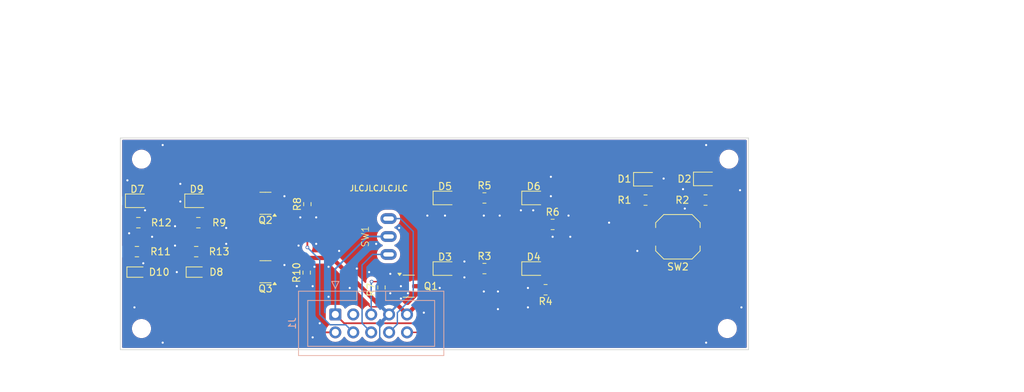
<source format=kicad_pcb>
(kicad_pcb (version 20221018) (generator pcbnew)

  (general
    (thickness 1.6)
  )

  (paper "A4")
  (layers
    (0 "F.Cu" signal)
    (31 "B.Cu" signal)
    (34 "B.Paste" user)
    (35 "F.Paste" user)
    (36 "B.SilkS" user "B.Silkscreen")
    (37 "F.SilkS" user "F.Silkscreen")
    (38 "B.Mask" user)
    (39 "F.Mask" user)
    (44 "Edge.Cuts" user)
    (45 "Margin" user)
    (46 "B.CrtYd" user "B.Courtyard")
    (47 "F.CrtYd" user "F.Courtyard")
    (48 "B.Fab" user)
    (49 "F.Fab" user)
  )

  (setup
    (stackup
      (layer "F.SilkS" (type "Top Silk Screen") (color "White"))
      (layer "F.Paste" (type "Top Solder Paste"))
      (layer "F.Mask" (type "Top Solder Mask") (color "Black") (thickness 0.01))
      (layer "F.Cu" (type "copper") (thickness 0.035))
      (layer "dielectric 1" (type "core") (thickness 1.51) (material "FR4") (epsilon_r 4.5) (loss_tangent 0.02))
      (layer "B.Cu" (type "copper") (thickness 0.035))
      (layer "B.Mask" (type "Bottom Solder Mask") (color "Black") (thickness 0.01))
      (layer "B.Paste" (type "Bottom Solder Paste"))
      (layer "B.SilkS" (type "Bottom Silk Screen") (color "White"))
      (copper_finish "None")
      (dielectric_constraints yes)
    )
    (pad_to_mask_clearance 0)
    (pcbplotparams
      (layerselection 0x00010fc_ffffffff)
      (plot_on_all_layers_selection 0x0000000_00000000)
      (disableapertmacros false)
      (usegerberextensions false)
      (usegerberattributes true)
      (usegerberadvancedattributes true)
      (creategerberjobfile true)
      (dashed_line_dash_ratio 12.000000)
      (dashed_line_gap_ratio 3.000000)
      (svgprecision 4)
      (plotframeref false)
      (viasonmask false)
      (mode 1)
      (useauxorigin false)
      (hpglpennumber 1)
      (hpglpenspeed 20)
      (hpglpendiameter 15.000000)
      (dxfpolygonmode true)
      (dxfimperialunits true)
      (dxfusepcbnewfont true)
      (psnegative false)
      (psa4output false)
      (plotreference true)
      (plotvalue true)
      (plotinvisibletext false)
      (sketchpadsonfab false)
      (subtractmaskfromsilk false)
      (outputformat 1)
      (mirror false)
      (drillshape 1)
      (scaleselection 1)
      (outputdirectory "")
    )
  )

  (net 0 "")
  (net 1 "/LED_PWR")
  (net 2 "Net-(D1-A)")
  (net 3 "Net-(D2-A)")
  (net 4 "Net-(D3-A)")
  (net 5 "Net-(D4-A)")
  (net 6 "Net-(D5-A)")
  (net 7 "Net-(D6-A)")
  (net 8 "Net-(D7-K)")
  (net 9 "Net-(D7-A)")
  (net 10 "Net-(D8-K)")
  (net 11 "Net-(D10-A)")
  (net 12 "Net-(D9-K)")
  (net 13 "Net-(D10-K)")
  (net 14 "+3V3")
  (net 15 "/Open")
  (net 16 "unconnected-(J1-Pin_3-Pad3)")
  (net 17 "/Fault")
  (net 18 "/PWM_1")
  (net 19 "/Unlock")
  (net 20 "GND")
  (net 21 "/Lock")
  (net 22 "VBUS")
  (net 23 "/Video")

  (footprint "LED_SMD:LED_0805_2012Metric" (layer "F.Cu") (at 171.4025 109.845))

  (footprint "Package_TO_SOT_SMD:SOT-23-3" (layer "F.Cu") (at 117.5625 122.95 180))

  (footprint "Capacitor_SMD:C_0805_2012Metric" (layer "F.Cu") (at 107.75 120.1 180))

  (footprint "LED_SMD:LED_0805_2012Metric" (layer "F.Cu") (at 155.5625 122.5))

  (footprint "MountingHole:MountingHole_2.2mm_M2" (layer "F.Cu") (at 183.225 107))

  (footprint "Resistor_SMD:R_0603_1608Metric" (layer "F.Cu") (at 134 125.175 -90))

  (footprint "Resistor_SMD:R_0805_2012Metric" (layer "F.Cu") (at 171.4125 112.8))

  (footprint "Resistor_SMD:R_0603_1608Metric" (layer "F.Cu") (at 123.5 113.375 90))

  (footprint "NiasStuff:SW_SPDT_YUEN-FUNG_ST-0-103-A01-T000-RS" (layer "F.Cu") (at 135 117.96 90))

  (footprint "Resistor_SMD:R_0603_1608Metric" (layer "F.Cu") (at 123.4 123.075 90))

  (footprint "Package_TO_SOT_SMD:SOT-23-3" (layer "F.Cu") (at 137.8625 125))

  (footprint "Capacitor_SMD:C_0805_2012Metric" (layer "F.Cu") (at 99.55 116 180))

  (footprint "Resistor_SMD:R_0805_2012Metric" (layer "F.Cu") (at 158.25 116.25 180))

  (footprint "Resistor_SMD:R_0805_2012Metric" (layer "F.Cu") (at 148.5875 112.5 180))

  (footprint "MountingHole:MountingHole_2.2mm_M2" (layer "F.Cu") (at 100 107))

  (footprint "LED_SMD:LED_0805_2012Metric" (layer "F.Cu") (at 107.8125 112.9))

  (footprint "Resistor_SMD:R_0805_2012Metric" (layer "F.Cu") (at 179.9125 112.8))

  (footprint "Capacitor_SMD:C_0805_2012Metric" (layer "F.Cu") (at 108.05 116 180))

  (footprint "MountingHole:MountingHole_2.2mm_M2" (layer "F.Cu") (at 183 131))

  (footprint "LED_SMD:LED_0805_2012Metric" (layer "F.Cu") (at 143 112.5))

  (footprint "LED_SMD:LED_0603_1608Metric" (layer "F.Cu") (at 107.8125 123))

  (footprint "LED_SMD:LED_0805_2012Metric" (layer "F.Cu") (at 143 122.5))

  (footprint "Package_TO_SOT_SMD:SOT-23-3" (layer "F.Cu") (at 117.5625 113.25 180))

  (footprint "LED_SMD:LED_0603_1608Metric" (layer "F.Cu") (at 99.4125 123))

  (footprint "LED_SMD:LED_0805_2012Metric" (layer "F.Cu") (at 99.4 112.9))

  (footprint "Resistor_SMD:R_0805_2012Metric" (layer "F.Cu") (at 157.25 125.5 180))

  (footprint "Capacitor_SMD:C_0805_2012Metric" (layer "F.Cu") (at 99.35 120.1 180))

  (footprint "Button_Switch_SMD:SW_Push_1TS009xxxx-xxxx-xxxx_6x6x5mm" (layer "F.Cu") (at 176 118 180))

  (footprint "Resistor_SMD:R_0805_2012Metric" (layer "F.Cu") (at 148.5875 122.5 180))

  (footprint "MountingHole:MountingHole_2.2mm_M2" (layer "F.Cu") (at 100 131))

  (footprint "LED_SMD:LED_0805_2012Metric" (layer "F.Cu") (at 179.8875 109.8))

  (footprint "LED_SMD:LED_0805_2012Metric" (layer "F.Cu") (at 155.5625 112.5))

  (footprint "Connector_IDC:IDC-Header_2x05_P2.54mm_Vertical" (layer "B.Cu") (at 127.46 129 -90))

  (gr_line (start 186 104) (end 97 104)
    (stroke (width 0.1) (type default)) (layer "Edge.Cuts") (tstamp 7a9866a1-3228-490b-89f0-29093fdc781f))
  (gr_line (start 97 134) (end 186 134)
    (stroke (width 0.1) (type default)) (layer "Edge.Cuts") (tstamp 9c54061d-b9db-4889-8a37-0f704138ae69))
  (gr_line (start 97 104) (end 97 134)
    (stroke (width 0.1) (type default)) (layer "Edge.Cuts") (tstamp ba37840a-a9e0-4563-8e1c-6a28be96d871))
  (gr_line (start 186 134) (end 186 104)
    (stroke (width 0.1) (type default)) (layer "Edge.Cuts") (tstamp bff93b9d-361e-4dc7-ab31-a2b74374b39c))
  (gr_line locked (start 94.5 127.3) (end 94.5 118.2)
    (stroke (width 0.1) (type default)) (layer "F.Fab") (tstamp 01f473ab-ae33-4893-a05b-0b6e912e51f3))
  (gr_line locked (start 112.8 127.3) (end 94.5 127.3)
    (stroke (width 0.1) (type default)) (layer "F.Fab") (tstamp 10ec0bed-7d0f-456f-8e05-181ac4def540))
  (gr_line locked (start 112.8 117.6) (end 112.8 108.4)
    (stroke (width 0.1) (type default)) (layer "F.Fab") (tstamp 11fb41da-818f-490a-b175-aac96680193b))
  (gr_line (start 80 84.5) (end 80 140)
    (stroke (width 0.1) (type default)) (layer "F.Fab") (tstamp 52e32d62-ae8b-4a27-97cf-81a36c237b9d))
  (gr_line locked (start 112.8 108.4) (end 94.5 108.4)
    (stroke (width 0.1) (type default)) (layer "F.Fab") (tstamp 6fd1228f-7804-4e32-82eb-e1718a5e9268))
  (gr_line locked (start 94.5 118.2) (end 112.8 118.2)
    (stroke (width 0.1) (type default)) (layer "F.Fab") (tstamp 7971d004-98b5-4778-8e8b-99aae17d396a))
  (gr_line (start 225 84.5) (end 80 84.5)
    (stroke (width 0.1) (type default)) (layer "F.Fab") (tstamp 7abcf492-68fd-4a40-a66e-0e895ac81b1f))
  (gr_line (start 225 140) (end 225 84.5)
    (stroke (width 0.1) (type default)) (layer "F.Fab") (tstamp 8b9c7c6b-a001-40d2-a2af-0c149095ab09))
  (gr_line locked (start 112.8 118.2) (end 112.8 127.3)
    (stroke (width 0.1) (type default)) (layer "F.Fab") (tstamp a1cc6437-ecfb-4631-b570-5c77a03e57b4))
  (gr_line locked (start 94.5 117.6) (end 112.8 117.6)
    (stroke (width 0.1) (type default)) (layer "F.Fab") (tstamp ddc49f83-9eb3-43fc-8af3-233b0d259f60))
  (gr_line (start 80 140) (end 225 140)
    (stroke (width 0.1) (type default)) (layer "F.Fab") (tstamp fc2c2adb-d59b-4217-9e53-8981410a0807))
  (gr_line locked (start 94.5 108.4) (end 94.5 117.6)
    (stroke (width 0.1) (type default)) (layer "F.Fab") (tstamp fe59d503-9d30-4109-9085-3c85fbc4820a))
  (gr_text "JLCJLCJLCJLC" (at 129.4 111.6) (layer "F.SilkS") (tstamp 9bcce69a-692e-4f6a-9803-bed61d3d8d7a)
    (effects (font (size 0.8 0.8) (thickness 0.15)) (justify left bottom))
  )

  (segment (start 142.0625 112.5) (end 142.0625 111.4375) (width 0.6) (layer "F.Cu") (net 1) (tstamp 294441ec-1f43-40e3-9289-1d12db522043))
  (segment (start 142.0625 123.6875) (end 142.0625 122.5) (width 0.6) (layer "F.Cu") (net 1) (tstamp 3a16ec46-f4e3-4dd2-ad93-f8bbe6aab752))
  (segment (start 139 125) (end 140.75 125) (width 0.6) (layer "F.Cu") (net 1) (tstamp 44c09ab1-53b7-43a1-a2a9-6994d760284d))
  (segment (start 166.05 110.75) (end 166.955 109.845) (width 0.6) (layer "F.Cu") (net 1) (tstamp 4d55c48f-cd93-4f9a-b776-8690bf4a573f))
  (segment (start 142.0625 122.5) (end 142.0625 112.5) (width 0.6) (layer "F.Cu") (net 1) (tstamp 522f1447-4eeb-485a-95e0-96c0c1e6b534))
  (segment (start 154.625 112.5) (end 154.625 110.875) (width 0.6) (layer "F.Cu") (net 1) (tstamp 5824f6e1-9be0-4848-a5cb-0c17631773bd))
  (segment (start 178.725 108.5) (end 178.95 108.725) (width 0.6) (layer "F.Cu") (net 1) (tstamp 84d72f00-47bd-4159-8d72-b6c532a64451))
  (segment (start 178.95 108.725) (end 178.95 109.8) (width 0.6) (layer "F.Cu") (net 1) (tstamp 89429186-445d-4dab-a964-50a54b11f118))
  (segment (start 154.625 110.875) (end 154.75 110.75) (width 0.6) (layer "F.Cu") (net 1) (tstamp 8bab29e2-50b5-4557-a81e-397b7c28936c))
  (segment (start 166.955 109.845) (end 170.465 109.845) (width 0.6) (layer "F.Cu") (net 1) (tstamp 934e7c75-964c-4ad7-a87d-9c00bbe66ba6))
  (segment (start 140.75 125) (end 142.0625 123.6875) (width 0.6) (layer "F.Cu") (net 1) (tstamp 9cb80f9a-465a-4767-b4d1-1d993abce4cb))
  (segment (start 170.465 109.845) (end 170.465 108.76) (width 0.6) (layer "F.Cu") (net 1) (tstamp a98aed03-ec53-478a-be4c-238dc02b1c46))
  (segment (start 170.465 108.76) (end 170.725 108.5) (width 0.6) (layer "F.Cu") (net 1) (tstamp b1989d57-5771-4866-9c42-412d02ccc6b4))
  (segment (start 154.75 110.75) (end 166.05 110.75) (width 0.6) (layer "F.Cu") (net 1) (tstamp bedd16c3-90bf-41ac-9e25-b4d0583edb7f))
  (segment (start 154.625 112.5) (end 154.625 122.5) (width 0.6) (layer "F.Cu") (net 1) (tstamp c09ee833-013c-4fa4-8b1c-a47c62d839f5))
  (segment (start 170.725 108.5) (end 178.725 108.5) (width 0.6) (layer "F.Cu") (net 1) (tstamp dd510e74-687d-429f-8bdb-fc3a5d0b8ac0))
  (segment (start 142.0625 111.4375) (end 142.75 110.75) (width 0.6) (layer "F.Cu") (net 1) (tstamp f05a87e4-5650-4a1b-9120-789a31c67ade))
  (segment (start 142.75 110.75) (end 154.75 110.75) (width 0.6) (layer "F.Cu") (net 1) (tstamp f3324b6c-9b0f-4f25-91fd-ccb41a7ff7b5))
  (segment (start 172.34 109.845) (end 172.34 112.785) (width 0.6) (layer "F.Cu") (net 2) (tstamp 11bc4d1f-35b1-43b7-ae93-69cca48ee588))
  (segment (start 172.34 112.785) (end 172.325 112.8) (width 0.6) (layer "F.Cu") (net 2) (tstamp 99ce6f74-69da-44fb-aad9-970b68e0cfad))
  (segment (start 180.825 109.8) (end 180.825 112.8) (width 0.6) (layer "F.Cu") (net 3) (tstamp fb25bb50-e251-4eca-9df6-6fed91a99089))
  (segment (start 147.675 122.5) (end 143.9375 122.5) (width 0.6) (layer "F.Cu") (net 4) (tstamp 5ee1327c-7db3-4e08-8ee3-393b73df3c06))
  (segment (start 156.3375 123.9125) (end 156.3375 125.5) (width 0.6) (layer "F.Cu") (net 5) (tstamp 1716e2dc-17d3-47cc-af78-940e7718f9db))
  (segment (start 156.5 123.75) (end 156.3375 123.9125) (width 0.6) (layer "F.Cu") (net 5) (tstamp 9a27edc9-4c45-4d7b-beea-a8dcb6951c39))
  (segment (start 156.5 122.5) (end 156.5 123.75) (width 0.6) (layer "F.Cu") (net 5) (tstamp e2835e4a-c86b-40f1-ad60-f50fef310423))
  (segment (start 143.9375 112.5) (end 147.675 112.5) (width 0.6) (layer "F.Cu") (net 6) (tstamp 2c258aa3-74f2-43eb-a0ef-57a3d1c14d36))
  (segment (start 156.5 114.25) (end 156.5 112.5) (width 0.6) (layer "F.Cu") (net 7) (tstamp 3daace04-eb73-40d3-814a-a6871f49985d))
  (segment (start 157.3375 115.0875) (end 156.5 114.25) (width 0.6) (layer "F.Cu") (net 7) (tstamp bd5f941c-23c8-4da2-ba51-881e683a1866))
  (segment (start 157.3375 116.25) (end 157.3375 115.0875) (width 0.6) (layer "F.Cu") (net 7) (tstamp f991d4f0-e225-431b-9cfb-8ba5025c6dc0))
  (segment (start 98.4625 114.7125) (end 98.4625 112.9) (width 0.6) (layer "F.Cu") (net 8) (tstamp 13a5485a-6539-428d-806b-ea13810bd4ec))
  (segment (start 98.6 114.85) (end 98.4625 114.7125) (width 0.6) (layer "F.Cu") (net 8) (tstamp 5136c3ca-a7da-452a-bad3-1a013c85a837))
  (segment (start 98.6 112.9125) (end 98.6125 112.9) (width 0.6) (layer "F.Cu") (net 8) (tstamp 5b828790-9c81-4af7-86d2-4c3565edf14d))
  (segment (start 98.6 116) (end 98.6 114.85) (width 0.6) (layer "F.Cu") (net 8) (tstamp 82e9099b-aa85-4a9b-a08d-7274cba11b16))
  (segment (start 111.65 112.9) (end 108.6 112.9) (width 0.6) (layer "F.Cu") (net 9) (tstamp 15d5c3eb-5fc2-4e15-8602-99055dbed3ce))
  (segment (start 108.5 111.5) (end 108.75 111.75) (width 0.6) (layer "F.Cu") (net 9) (tstamp 4acf8517-9418-427e-a7a5-a1c88d92d3e3))
  (segment (start 100.75 111.5) (end 108.5 111.5) (width 0.6) (layer "F.Cu") (net 9) (tstamp 728dff94-74dd-41cf-a14e-4fd42d39025b))
  (segment (start 100.3375 112.9) (end 100.3375 111.9125) (width 0.6) (layer "F.Cu") (net 9) (tstamp 7a4792fd-ce87-4832-ad80-49d270329a36))
  (segment (start 112 113.25) (end 111.65 112.9) (width 0.6) (layer "F.Cu") (net 9) (tstamp 7f9212bb-d860-414a-a7a4-d56cf0096bea))
  (segment (start 108.75 111.75) (end 108.75 112.9) (width 0.6) (layer "F.Cu") (net 9) (tstamp c20e5496-418b-42cd-92b5-f4ee2c0701f0))
  (segment (start 116.425 113.25) (end 112 113.25) (width 0.6) (layer "F.Cu") (net 9) (tstamp cd5bf8d0-11d1-490f-9cb3-a5e7b4f82472))
  (segment (start 100.3375 111.9125) (end 100.75 111.5) (width 0.6) (layer "F.Cu") (net 9) (tstamp e783b2fe-8afb-4788-8556-720a1e8f5099))
  (segment (start 107.025 122.025) (end 106.8 121.8) (width 0.6) (layer "F.Cu") (net 10) (tstamp 54d51afb-13fa-4b6e-998c-480e3d309cf6))
  (segment (start 107.025 123) (end 107.025 122.025) (width 0.6) (layer "F.Cu") (net 10) (tstamp ab0fb58e-d4db-41e2-98f4-20f9cdc7b67f))
  (segment (start 106.8 121.8) (end 106.8 120.1) (width 0.6) (layer "F.Cu") (net 10) (tstamp f488ea4f-2d8e-41c7-b418-771956deff9c))
  (segment (start 108 124.25) (end 100.75 124.25) (width 0.6) (layer "F.Cu") (net 11) (tstamp 061d4227-841b-4ee8-8028-c3a8fa6b0183))
  (segment (start 100.2 123.7) (end 100.2 123) (width 0.6) (layer "F.Cu") (net 11) (tstamp 1a003e4b-51b4-403d-8cc9-7a7187c0d823))
  (segment (start 108.6 123.65) (end 108 124.25) (width 0.6) (layer "F.Cu") (net 11) (tstamp 33f82c39-b53c-4204-be2c-78ce56c77386))
  (segment (start 116.425 122.95) (end 108.65 122.95) (width 0.6) (layer "F.Cu") (net 11) (tstamp 516de3fa-23b7-4a17-8cdb-23413d5f508e))
  (segment (start 108.6 123) (end 108.6 123.65) (width 0.6) (layer "F.Cu") (net 11) (tstamp 669bf05a-e7d4-486c-9350-d977a9f27a87))
  (segment (start 100.75 124.25) (end 100.2 123.7) (width 0.6) (layer "F.Cu") (net 11) (tstamp 9029083e-8894-4f27-9ce6-cce6d9b9ba9d))
  (segment (start 108.65 122.95) (end 108.6 123) (width 0.6) (layer "F.Cu") (net 11) (tstamp ca2aee9a-1a9c-4cf5-acd7-6db91228f083))
  (segment (start 107.1 112.975) (end 107.025 112.9) (width 0.6) (layer "F.Cu") (net 12) (tstamp 8c54c2df-a811-4bda-bed9-a7396058977d))
  (segment (start 107.1 114.85) (end 106.875 114.625) (width 0.6) (layer "F.Cu") (net 12) (tstamp a69c7b4c-4301-4d22-b258-3d7cb950a23f))
  (segment (start 107.1 116) (end 107.1 114.85) (width 0.6) (layer "F.Cu") (net 12) (tstamp d5f878d3-d924-4104-8c1e-20796adba624))
  (segment (start 106.875 114.625) (end 106.875 112.9) (width 0.6) (layer "F.Cu") (net 12) (tstamp f48be27f-16f4-4a7f-a13d-bebb598e6e4b))
  (segment (start 98.625 121.875) (end 98.4 121.65) (width 0.6) (layer "F.Cu") (net 13) (tstamp 0652d381-bed5-4808-b811-b6f4670a91a2))
  (segment (start 98.625 123) (end 98.625 121.875) (width 0.6) (layer "F.Cu") (net 13) (tstamp 4f733506-bc02-4e48-ba38-3099d2c5f036))
  (segment (start 98.4 121.65) (end 98.4 120.1) (width 0.6) (layer "F.Cu") (net 13) (tstamp 96f2de27-a666-42a1-a061-ffc7ae8275d9))
  (segment (start 128.71 130.25) (end 127.46 129) (width 0.25) (layer "F.Cu") (net 14) (tstamp 3f4135a6-537f-4e6f-bcb3-5cb79a6283f3))
  (segment (start 173 122) (end 164.75 130.25) (width 0.25) (layer "F.Cu") (net 14) (tstamp 4aea0fca-dd3a-4c6d-a5c0-1cf5b4dc91b9))
  (segment (start 164.75 130.25) (end 128.71 130.25) (width 0.25) (layer "F.Cu") (net 14) (tstamp 531b0b2b-3cb3-4b31-b003-d7d5d09e90eb))
  (segment (start 173 118) (end 173 122) (width 0.25) (layer "F.Cu") (net 14) (tstamp bb3363a8-9a05-4879-85e3-14667789f84d))
  (segment (start 127.46 129) (end 127.46 122.54) (width 0.25) (layer "B.Cu") (net 14) (tstamp 8fac3468-e376-4742-8554-1072fd3103d9))
  (segment (start 127.46 122.54) (end 132.04 117.96) (width 0.25) (layer "B.Cu") (net 14) (tstamp b9dc9103-a9a8-4166-98b9-45afad94a418))
  (segment (start 132.04 117.96) (end 135 117.96) (width 0.25) (layer "B.Cu") (net 14) (tstamp edf601da-22e8-400a-a8e5-3a1c33c865cb))
  (segment (start 123.5 119.5) (end 123.5 114.2) (width 0.25) (layer "F.Cu") (net 15) (tstamp c612ce0d-e727-4bf2-97fb-0fa6680ff89c))
  (segment (start 123.5 114.2) (end 118.7 114.2) (width 0.25) (layer "F.Cu") (net 15) (tstamp f7326d73-d2b3-459f-a2a8-2f4af2601d35))
  (via (at 123.5 119.5) (size 0.5) (drill 0.3) (layers "F.Cu" "B.Cu") (net 15) (tstamp 93a93fe9-bce7-4ab1-b206-c3355e633cf6))
  (segment (start 126.713 130.463) (end 128.923 130.463) (width 0.2) (layer "B.Cu") (net 15) (tstamp 0ff55158-1945-4e96-9aff-0dd038953d9b))
  (segment (start 125.25 121.25) (end 125.25 129) (width 0.2) (layer "B.Cu") (net 15) (tstamp 144f8476-ab73-41c9-aedc-a38656e6bf38))
  (segment (start 128.923 130.463) (end 130 131.54) (width 0.2) (layer "B.Cu") (net 15) (tstamp b5db4c53-fc18-44c8-9655-53d65d0b45e2))
  (segment (start 123.5 119.5) (end 125.25 121.25) (width 0.2) (layer "B.Cu") (net 15) (tstamp c8590dab-4f86-4ed7-b952-6bfcdb4152bb))
  (segment (start 125.25 129) (end 126.713 130.463) (width 0.2) (layer "B.Cu") (net 15) (tstamp e2dd1105-4bb2-4e18-b3cc-318006f9e6ad))
  (segment (start 125.04 131.54) (end 123.4 129.9) (width 0.25) (layer "F.Cu") (net 17) (tstamp 3500a81b-e414-4ed4-b3af-bda6a6bba304))
  (segment (start 123.4 123.9) (end 118.7 123.9) (width 0.25) (layer "F.Cu") (net 17) (tstamp 3983cbb3-c1e3-481a-a044-42a05c5b2095))
  (segment (start 127.46 131.54) (end 125.04 131.54) (width 0.25) (layer "F.Cu") (net 17) (tstamp 6fef34db-09e0-448a-b729-486ab29c0866))
  (segment (start 123.4 129.9) (end 123.4 123.9) (width 0.25) (layer "F.Cu") (net 17) (tstamp 76dd7baf-758b-4ddb-aa86-bf6ac86e02ff))
  (segment (start 135.45 124.05) (end 136.725 124.05) (width 0.2) (layer "F.Cu") (net 18) (tstamp 2a998b7b-8022-4af7-9536-fc64ee139285))
  (segment (start 134 124.35) (end 135.15 124.35) (width 0.2) (layer "F.Cu") (net 18) (tstamp a61b1fe5-3314-4e94-9a38-a91296c467c7))
  (segment (start 132.6 124.35) (end 134 124.35) (width 0.2) (layer "F.Cu") (net 18) (tstamp a67691de-9006-4579-80f2-6063f89edd29))
  (segment (start 135.15 124.35) (end 135.45 124.05) (width 0.2) (layer "F.Cu") (net 18) (tstamp ec949223-0cd2-4354-aaaf-ad5300efbf01))
  (via (at 132.6 124.35) (size 0.5) (drill 0.3) (layers "F.Cu" "B.Cu") (net 18) (tstamp 4200934f-2bff-45fc-8b73-1905815152f5))
  (segment (start 132.6 124.35) (end 132.54 124.41) (width 0.2) (layer "B.Cu") (net 18) (tstamp 3842eee5-45ba-49c2-9a70-fe7397b7e12a))
  (segment (start 132.54 124.41) (end 132.54 129) (width 0.2) (layer "B.Cu") (net 18) (tstamp df6f9829-0b57-429c-9be6-f8c001667917))
  (segment (start 131.25 122) (end 131.25 130.25) (width 0.2) (layer "B.Cu") (net 19) (tstamp 4ec81029-e542-4247-97c1-ae74d78e9b65))
  (segment (start 131.25 130.25) (end 132.54 131.54) (width 0.2) (layer "B.Cu") (net 19) (tstamp 703cb4fc-ee5c-4e15-aadd-17ded8237f42))
  (segment (start 135 120.5) (end 132.75 120.5) (width 0.2) (layer "B.Cu") (net 19) (tstamp aadc92cf-4bdf-4b82-aaad-60ce819648e0))
  (segment (start 132.75 120.5) (end 131.25 122) (width 0.2) (layer "B.Cu") (net 19) (tstamp acbcdfb6-5817-42bc-9776-c95ef874ddd9))
  (segment (start 134.003 127.923) (end 132.423 127.923) (width 0.2) (layer "F.Cu") (net 20) (tstamp 85fb0d65-c4a5-462e-b69b-79998d5e8508))
  (segment (start 135.08 129) (end 134.003 127.923) (width 0.2) (layer "F.Cu") (net 20) (tstamp c1557758-f467-4d85-b806-245b3bfb7c11))
  (segment (start 132.423 127.923) (end 132 127.5) (width 0.2) (layer "F.Cu") (net 20) (tstamp e7746ef0-b698-40ba-aa99-57808eaed6d8))
  (via (at 120.25 122) (size 0.5) (drill 0.3) (layers "F.Cu" "B.Cu") (free) (net 20) (tstamp 012af38f-eac8-4b06-8b3f-575600d3c6cb))
  (via (at 112 119) (size 0.5) (drill 0.3) (layers "F.Cu" "B.Cu") (free) (net 20) (tstamp 070fc44b-3652-4de9-abc8-d2672ef4f657))
  (via (at 148.5 125.75) (size 0.5) (drill 0.3) (layers "F.Cu" "B.Cu") (free) (net 20) (tstamp 1fedce60-5759-4d5f-9796-2ac5b10182c4))
  (via (at 100.25 121.75) (size 0.5) (drill 0.3) (layers "F.Cu" "B.Cu") (free) (net 20) (tstamp 20bb90ca-f86b-4f99-b388-1278fec0b635))
  (via (at 140.5 115) (size 0.5) (drill 0.3) (layers "F.Cu" "B.Cu") (free) (net 20) (tstamp 23b46990-73a3-40ae-9cdf-8662755d1dac))
  (via (at 145.75 123.75) (size 0.5) (drill 0.3) (layers "F.Cu" "B.Cu") (free) (net 20) (tstamp 2685e1d4-90cb-4803-bc69-4bf4643a97b6))
  (via (at 140 128.75) (size 0.5) (drill 0.3) (layers "F.Cu" "B.Cu") (free) (net 20) (tstamp 2af59e8d-630e-423f-afb9-b00d957577ff))
  (via (at 103 133) (size 0.5) (drill 0.3) (layers "F.Cu" "B.Cu") (free) (net 20) (tstamp 32730bd7-64d2-4504-9143-f54932180642))
  (via (at 170.25 120) (size 0.5) (drill 0.3) (layers "F.Cu" "B.Cu") (free) (net 20) (tstamp 34983657-e975-4310-9dd6-f10c68b2bcdb))
  (via (at 122.5 115.25) (size 0.5) (drill 0.3) (layers "F.Cu" "B.Cu") (free) (net 20) (tstamp 380e6ad5-a41b-4e35-bd2a-ec9eb293a566))
  (via (at 160.75 118) (size 0.5) (drill 0.3) (layers "F.Cu" "B.Cu") (free) (net 20) (tstamp 391d5fe4-6bb5-46dd-9226-7b0229fe1202))
  (via (at 124.25 125) (size 0.5) (drill 0.3) (layers "F.Cu" "B.Cu") (free) (net 20) (tstamp 3d022262-bde6-4cc0-8543-70ea9869a1cc))
  (via (at 180 133) (size 0.5) (drill 0.3) (layers "F.Cu" "B.Cu") (free) (net 20) (tstamp 3eae38a5-2f8d-4a4d-8453-291319ec09b2))
  (via (at 153.75 114.25) (size 0.5) (drill 0.3) (layers "F.Cu" "B.Cu") (free) (net 20) (tstamp 42734ae5-6f89-4ee6-9d8d-4055a39371db))
  (via (at 148.5 115) (size 0.5) (drill 0.3) (layers "F.Cu" "B.Cu") (free) (net 20) (tstamp 45bddc84-beb8-4856-ba44-f4910c2c7276))
  (via (at 98.25 117.5) (size 0.5) (drill 0.3) (layers "F.Cu" "B.Cu") (free) (net 20) (tstamp 49147d0e-072b-4ead-b96b-d5cab12160f8))
  (via (at 105 123) (size 0.5) (drill 0.3) (layers "F.Cu" "B.Cu") (free) (net 20) (tstamp 57481e91-8c10-4470-aa6e-ecb3b532c3e4))
  (via (at 105.5 110.5) (size 0.5) (drill 0.3) (layers "F.Cu" "B.Cu") (free) (net 20) (tstamp 5c10749b-b67f-4808-ab11-5077228a3660))
  (via (at 154.75 125.25) (size 0.5) (drill 0.3) (layers "F.Cu" "B.Cu") (free) (net 20) (tstamp 5d9a03fa-7be1-44c1-9733-0270259662ec))
  (via (at 160.5 115) (size 0.5) (drill 0.3) (layers "F.Cu" "B.Cu") (free) (net 20) (tstamp 5fc48d4e-8810-45e1-8a05-96510e9f7de9))
  (via (at 122.25 119.25) (size 0.5) (drill 0.3) (layers "F.Cu" "B.Cu") (free) (net 20) (tstamp 617a52f4-7e83-4dfb-a4a5-733e363a4cd1))
  (via (at 103 105) (size 0.5) (drill 0.3) (layers "F.Cu" "B.Cu") (free) (net 20) (tstamp 673a3999-d5f7-4913-a95e-90f269d60329))
  (via (at 158 109.5) (size 0.5) (drill 0.3) (layers "F.Cu" "B.Cu") (free) (net 20) (tstamp 677d03b3-9222-45b4-99c5-712ac043ac36))
  (via (at 137.75 126) (size 0.5) (drill 0.3) (layers "F.Cu" "B.Cu") (free) (net 20) (tstamp 680e82d7-6dbb-4f92-9c34-a4b4f51bf4f3))
  (via (at 180 105) (size 0.5) (drill 0.3) (layers "F.Cu" "B.Cu") (free) (net 20) (tstamp 68ab4ba5-dd82-4c05-ae01-82647daf30b1))
  (via (at 154.75 128) (size 0.5) (drill 0.3) (layers "F.Cu" "B.Cu") (free) (net 20) (tstamp 69824d1d-245a-4423-92a3-5cd57c30b301))
  (via (at 112 116.75) (size 0.5) (drill 0.3) (layers "F.Cu" "B.Cu") (free) (net 20) (tstamp 6a0afda9-b094-4f9c-bd10-d2a78f7db28b))
  (via (at 136.5 116.75) (size 0.5) (drill 0.3) (layers "F.Cu" "B.Cu") (free) (net 20) (tstamp 6a2bbc58-5214-463b-ac8c-3792dc2a019f))
  (via (at 155.5 114.25) (size 0.5) (drill 0.3) (layers "F.Cu" "B.Cu") (free) (net 20) (tstamp 6a5762d6-d2ed-4487-9e94-829e26f1b4f2))
  (via (at 176.725 111.25) (size 0.5) (drill 0.3) (layers "F.Cu" "B.Cu") (free) (net 20) (tstamp 76f8d738-fc30-4ce0-a90e-76d9df9ba488))
  (via (at 173.975 109.75) (size 0.5) (drill 0.3) (layers "F.Cu" "B.Cu") (free) (net 20) (tstamp 795a8298-10cc-4836-a10f-cbbfaabcab4f))
  (via (at 125.25 130.25) (size 0.5) (drill 0.3) (layers "F.Cu" "B.Cu") (free) (net 20) (tstamp 7e9d763c-f2fa-4e54-b4c8-fe1efde868e6))
  (via (at 150.5 125.75) (size 0.5) (drill 0.3) (layers "F.Cu" "B.Cu") (free) (net 20) (tstamp 7ebec805-e79d-4f08-baa9-cbead10c4600))
  (via (at 145.75 121.5) (size 0.5) (drill 0.3) (layers "F.Cu" "B.Cu") (free) (net 20) (tstamp 82bd92e5-b251-482c-adf7-99b0e9ec9be5))
  (via (at 132.25 123) (size 0.5) (drill 0.3) (layers "F.Cu" "B.Cu") (free) (net 20) (tstamp 85956bb6-da12-4459-95fd-ce4dff29bfa8))
  (via (at 135.25 126) (size 0.5) (drill 0.3) (layers "F.Cu" "B.Cu") (free) (net 20) (tstamp 86a04f36-3781-4086-9504-7ad811ebcac7))
  (via (at 135.25 123.25) (size 0.5) (drill 0.3) (layers "F.Cu" "B.Cu") (free) (net 20) (tstamp 90de27ba-cd62-4b63-bfc3-674bfbdb1630))
  (via (at 104.75 116.5) (size 0.5) (drill 0.3) (layers "F.Cu" "B.Cu") (free) (net 20) (tstamp 95cb5151-bcc8-4960-b9c8-3de79803748c))
  (via (at 143 115) (size 0.5) (drill 0.3) (layers "F.Cu" "B.Cu") (free) (net 20) (tstamp 96a5136c-db7b-4db7-b36e-067b4b0216a9))
  (via (at 100.5 114.25) (size 0.5) (drill 0.3) (layers "F.Cu" "B.Cu") (free) (net 20) (tstamp 9d4e8cec-96b7-4f5e-81e5-1996281b1a63))
  (via (at 105.5 113) (size 0.5) (drill 0.3) (layers "F.Cu" "B.Cu") (free) (net 20) (tstamp 9e0a15ef-bda7-4cb0-9a3e-32d8aa99a85b))
  (via (at 158.25 118) (size 0.5) (drill 0.3) (layers "F.Cu" "B.Cu") (free) (net 20) (tstamp 9e4ee291-1419-4a95-85ea-f5fe7c09a95c))
  (via (at 101.5 118) (size 0.5) (drill 0.3) (layers "F.Cu" "B.Cu") (free) (net 20) (tstamp 9ed04203-5979-476f-b1b8-faf8c60432ad))
  (via (at 185 128) (size 0.5) (drill 0.3) (layers "F.Cu" "B.Cu") (free) (net 20) (tstamp a5c7fa3e-e0d5-411e-99a6-6008f979d389))
  (via (at 126.5 126.5) (size 0.5) (drill 0.3) (layers "F.Cu" "B.Cu") (free) (net 20) (tstamp aeefd01c-33a5-430e-b2a6-7da72396116d))
  (via (at 120.25 112.25) (size 0.5) (drill 0.3) (layers "F.Cu" "B.Cu") (free) (net 20) (tstamp af95f3e8-f37e-4ac1-9c81-c3a069f1ae1d))
  (via (at 124.5 122.25) (size 0.5) (drill 0.3) (layers "F.Cu" "B.Cu") (free) (net 20) (tstamp b266b905-f401-4642-bf54-210e86691067))
  (via (at 136.75 126.75) (size 0.5) (drill 0.3) (layers "F.Cu" "B.Cu") (free) (net 20) (tstamp b38e6655-118d-4b51-84c7-69cea1c6c7af))
  (via (at 129.5 125.25) (size 0.5) (drill 0.3) (layers "F.Cu" "B.Cu") (free) (net 20) (tstamp b4947fe0-11be-473a-b7f7-e2fb7ce0886b))
  (via (at 104.75 119.25) (size 0.5) (drill 0.3) (layers "F.Cu" "B.Cu") (free) (net 20) (tstamp b838bf38-7058-49cc-bfcb-aa3bd3653c4c))
  (via (at 126.5 122.25) (size 0.5) (drill 0.3) (layers "F.Cu" "B.Cu") (free) (net 20) (tstamp bc55c013-0ba4-4a0f-a677-e4b047e79ec3))
  (via (at 150.75 115) (size 0.5) (drill 0.3) (layers "F.Cu" "B.Cu") (free) (net 20) (tstamp c09b97a2-57ad-4646-a6d2-b7c288a55213))
  (via (at 133.25 119) (size 0.5) (drill 0.3) (layers "F.Cu" "B.Cu") (free) (net 20) (tstamp c3a32836-7c17-4344-955e-9fe42de31c86))
  (via (at 142.25 125.25) (size 0.5) (drill 0.3) (layers "F.Cu" "B.Cu") (free) (net 20) (tstamp c84c86b3-d700-404a-82a6-a93d98159a10))
  (via (at 124.25 132.25) (size 0.5) (drill 0.3) (layers "F.Cu" "B.Cu") (free) (net 20) (tstamp d02fab80-7c08-4f2e-9930-90560ec95847))
  (via (at 99 128) (size 0.5) (drill 0.3) (layers "F.Cu" "B.Cu") (free) (net 20) (tstamp d32fe9bc-5392-4d00-a956-1f476c53a50d))
  (via (at 128 120) (size 0.5) (drill 0.3) (layers "F.Cu" "B.Cu") (free) (net 20) (tstamp d86fa749-9f1f-4751-9b92-3cab713aa920))
  (via (at 158 112.25) (size 0.5) (drill 0.3) (layers "F.Cu" "B.Cu") (free) (net 20) (tstamp d97ebe08-c023-4af1-a6be-68b21cb09d8a))
  (via (at 124.75 119) (size 0.5) (drill 0.3) (layers "F.Cu" "B.Cu") (free) (net 20) (tstamp dd12c5fa-7946-473a-99e7-0a178c2baf4d))
  (via (at 150.5 128.25) (size 0.5) (drill 0.3) (layers "F.Cu" "B.Cu") (free) (net 20) (tstamp e0a7ce3d-2c70-4682-ac27-1363b98ba655))
  (via (at 122 125) (size 0.5) (drill 0.3) (layers "F.Cu" "B.Cu") (free) (net 20) (tstamp e6a6e89b-93d2-4bfc-8c7e-c251ad706a30))
  (via (at 98 110) (size 0.5) (drill 0.3) (layers "F.Cu" "B.Cu") (free) (net 20) (tstamp e9fb1a45-5d36-418f-b593-af5702f466a7))
  (via (at 166.25 116) (size 0.5) (drill 0.3) (layers "F.Cu" "B.Cu") (free) (net 20) (tstamp ee0e2c3c-613e-4a66-8c08-aa572c546da1))
  (via (at 124.75 115.25) (size 0.5) (drill 0.3) (layers "F.Cu" "B.Cu") (free) (net 20) (tstamp ee5ca7ae-7440-4928-bf24-c235c18dc531))
  (via (at 130.5 122.5) (size 0.5) (drill 0.3) (layers "F.Cu" "B.Cu") (free) (net 20) (tstamp ef975703-a337-4a73-ad66-f9d36da5fb1f))
  (via (at 136.75 125) (size 0.5) (drill 0.3) (layers "F.Cu" "B.Cu") (free) (net 20) (tstamp f373bae1-03e8-4b04-a5df-9070759cfc9e))
  (via (at 176.975 114) (size 0.5) (drill 0.3) (layers "F.Cu" "B.Cu") (free) (net 20) (tstamp f68e327c-2bdb-42a5-8bc6-4e0d24374105))
  (via (at 184.8 111.4) (size 0.5) (drill 0.3) (layers "F.Cu" "B.Cu") (free) (net 20) (tstamp fa4676c1-2115-4800-b7a0-9e6b70b37b46))
  (segment (start 133.75 130.33) (end 133.75 133) (width 0.2) (layer "B.Cu") (net 20) (tstamp 2a36f616-b2a6-4390-bf61-319af9ccfb4b))
  (segment (start 135.08 129) (end 133.75 130.33) (width 0.2) (layer "B.Cu") (net 20) (tstamp 307d47b1-d007-498b-97ae-ee0c7861e3e2))
  (segment (start 138.5 117.25) (end 138.5 126.5) (width 0.2) (layer "B.Cu") (net 21) (tstamp 0cf9991b-12e2-4482-a22b-dec13cc8f8b1))
  (segment (start 136.67 115.42) (end 138.5 117.25) (width 0.2) (layer "B.Cu") (net 21) (tstamp 14a23752-3ee4-4378-9eeb-d808863e3ccf))
  (segment (start 138.5 126.5) (end 136.25 128.75) (width 0.2) (layer "B.Cu") (net 21) (tstamp 4194295c-64c0-4d9b-828f-cfb24f5b3abb))
  (segment (start 136.25 130.37) (end 135.08 131.54) (width 0.2) (layer "B.Cu") (net 21) (tstamp 53128306-76d1-4e87-b7f7-c1fc6a74365b))
  (segment (start 136.25 128.75) (end 136.25 130.37) (width 0.2) (layer "B.Cu") (net 21) (tstamp 7a5e8bc6-d70d-42ed-88f7-909f841fbfbf))
  (segment (start 135 115.42) (end 136.67 115.42) (width 0.2) (layer "B.Cu") (net 21) (tstamp ec639433-fc26-4eff-82fe-1522d02b5f77))
  (segment (start 149.5 126.75) (end 139.87 126.75) (width 0.6) (layer "F.Cu") (net 22) (tstamp 0405d67e-8249-4f3e-8956-92d8b6e195f4))
  (segment (start 179 112.8) (end 175.175 112.8) (width 0.6) (layer "F.Cu") (net 22) (tstamp 0c4c1412-8d0f-4477-b8e8-19c50a4a4f9a))
  (segment (start 158.1625 126.3375) (end 157.75 126.75) (width 0.6) (layer "F.Cu") (net 22) (tstamp 1077872c-8c78-4417-9be9-44ad2de72f81))
  (segment (start 159.1625 116.25) (end 163.75 116.25) (width 0.6) (layer "F.Cu") (net 22) (tstamp 1457be15-b696-411a-b398-d9a75878c127))
  (segment (start 159.1625 116.25) (end 159.1625 120.3375) (width 0.6) (layer "F.Cu") (net 22) (tstamp 19b6ace8-88b8-4713-a7c8-7847c82bfca3))
  (segment (start 103.25 117.75) (end 103.25 117) (width 0.6) (layer "F.Cu") (net 22) (tstamp 258be5ce-d72f-44a8-94e3-8b2b4246ee5d))
  (segment (start 149.5 122.5) (end 149.5 112.5) (width 0.6) (layer "F.Cu") (net 22) (tstamp 29fece22-005c-48bf-a567-a81f0805fc38))
  (segment (start 159.1625 120.3375) (end 158.1625 121.3375) (width 0.6) (layer "F.Cu") (net 22) (tstamp 3169bf4f-5e9e-4cbd-9d1c-f9966f811699))
  (segment (start 119 117.75) (end 122.25 121) (width 0.6) (layer "F.Cu") (net 22) (tstamp 329b0235-aae8-4558-816c-2b09a1e18209))
  (segment (start 103.25 117) (end 102.25 116) (width 0.6) (layer "F.Cu") (net 22) (tstamp 36c00e3a-0186-4d37-9f45-a081d4b4e156))
  (segment (start 100.3 120.1) (end 101.9 120.1) (width 0.6) (layer "F.Cu") (net 22) (tstamp 37a05b1f-e011-4015-a09c-cb228b570464))
  (segment (start 173.225 114.75) (end 170.475 114.75) (width 0.6) (layer "F.Cu") (net 22) (tstamp 3c3ed37f-0195-4d06-ba92-4e51e79b87e5))
  (segment (start 127 121) (end 133.25 127.25) (width 0.6) (layer "F.Cu") (net 22) (tstamp 4abc7aa6-e01a-4aa6-8fd5-c1b324a1bec3))
  (segment (start 157.75 126.75) (end 149.5 126.75) (width 0.6) (layer "F.Cu") (net 22) (tstamp 5b4c7294-5b65-4822-a924-6887def28fbd))
  (segment (start 158.1625 125.5) (end 158.1625 126.3375) (width 0.6) (layer "F.Cu") (net 22) (tstamp 5b90214c-c3d5-47fb-b207-96cd89558e69))
  (segment (start 133.25 127.25) (end 135.87 127.25) (width 0.6) (layer "F.Cu") (net 22) (tstamp 737ee060-2140-4af1-835e-117ac752c3d2))
  (segment (start 122.25 121) (end 127 121) (width 0.6) (layer "F.Cu") (net 22) (tstamp 78165d2a-b25f-432d-910b-4c08fd3fe206))
  (segment (start 108.75 117.75) (end 109 117.75) (width 0.6) (layer "F.Cu") (net 22) (tstamp 799ac55a-9edf-4051-8091-3ca616b82a6a))
  (segment (start 109 117.75) (end 119 117.75) (width 0.6) (layer "F.Cu") (net 22) (tstamp 83fb400a-9dcc-49b7-bb81-3d08ff8850f6))
  (segment (start 103.25 118.75) (end 103.25 117.75) (width 0.6) (layer "F.Cu") (net 22) (tstamp 9329afa2-9d79-4cdb-ac70-184e0283df71))
  (segment (start 108.7 120.1) (end 108.7 117.8) (width 0.6) (layer "F.Cu") (net 22) (tstamp 97d3ef82-5983-4f3f-80dd-c8a35e580310))
  (segment (start 158.1625 121.3375) (end 158.1625 125.5) (width 0.6) (layer "F.Cu") (net 22) (tstamp 998663d9-ecec-44ac-8e56-6ddeb6d23871))
  (segment (start 170.5 112.8) (end 170.5 114.725) (width 0.6) (layer "F.Cu") (net 22) (tstamp a8418e03-abe2-4ec8-bc87-2bd93e1b62cc))
  (segment (start 135.87 127.25) (end 137.62 129) (width 0.6) (layer "F.Cu") (net 22) (tstamp af0b6f74-347d-44e2-b8df-d49674771d96))
  (segment (start 102.25 116) (end 100.5 116) (width 0.6) (layer "F.Cu") (net 22) (tstamp c788be2c-dc0f-4654-b5e8-40fa18b45977))
  (segment (start 108.7 117.8) (end 108.75 117.75) (width 0.6) (layer "F.Cu") (net 22) (tstamp c7b8bf5c-3bdf-49f9-a689-db1be8cff23a))
  (segment (start 109 116) (end 109 117.75) (width 0.6) (layer "F.Cu") (net 22) (tstamp ca24411f-a750-4b0d-b163-d71bd2ea823c))
  (segment (start 139.87 126.75) (end 137.62 129) (width 0.6) (layer "F.Cu") (net 22) (tstamp cbadb0a4-0017-42c6-9fe8-96af835538ca))
  (segment (start 149.5 122.5) (end 149.5 126.75) (width 0.6) (layer "F.Cu") (net 22) (tstamp cf2bc167-bc4d-4936-a9a9-8d966a5b5c17))
  (segment (start 165.25 114.75) (end 170.475 114.75) (width 0.6) (layer "F.Cu") (net 22) (tstamp dbe188e8-ee87-4836-b9a3-16c579ffbcc8))
  (segment (start 101.9 120.1) (end 103.25 118.75) (width 0.6) (layer "F.Cu") (net 22) (tstamp e6d02548-ce33-4f2b-bf7e-0b939768334b))
  (segment (start 175.175 112.8) (end 173.225 114.75) (width 0.6) (layer "F.Cu") (net 22) (tstamp ef9367cc-59b7-4ecb-a88f-51ed2addb3ae))
  (segment (start 103.25 117.75) (end 108.75 117.75) (width 0.6) (layer "F.Cu") (net 22) (tstamp f60fc926-11a5-459d-9b4b-adabd38bdbca))
  (segment (start 170.5 114.725) (end 170.475 114.75) (width 0.6) (layer "F.Cu") (net 22) (tstamp fa390775-64be-42ad-afa3-7129a060bb9c))
  (segment (start 163.75 116.25) (end 165.25 114.75) (width 0.6) (layer "F.Cu") (net 22) (tstamp fd201991-d6d6-4996-9fd8-81c083b36bc4))
  (segment (start 179 118) (end 179 121) (width 0.25) (layer "F.Cu") (net 23) (tstamp 16daf2ba-4b90-4de4-b923-1541657f27e3))
  (segment (start 168.46 131.54) (end 160.96 131.54) (width 0.25) (layer "F.Cu") (net 23) (tstamp 6613a614-49f4-4b10-96ce-39ffc14ad980))
  (segment (start 179 121) (end 168.46 131.54) (width 0.25) (layer "F.Cu") (net 23) (tstamp 69c30be4-3d04-4a86-b4b7-fcf2d643abf8))
  (segment (start 160.96 131.54) (end 137.62 131.54) (width 0.2) (layer "F.Cu") (net 23) (tstamp eec5f27b-a0a9-48d0-983d-efd90c88d5d0))

  (zone (net 20) (net_name "GND") (layers "F&B.Cu") (tstamp 6237236d-5378-4c5f-987a-0f343825845f) (hatch edge 0.5)
    (connect_pads (clearance 0.5))
    (min_thickness 0.25) (filled_areas_thickness no)
    (fill yes (thermal_gap 0.5) (thermal_bridge_width 0.5))
    (polygon
      (pts
        (xy 97 134)
        (xy 186 134)
        (xy 186 104)
        (xy 97 104)
      )
    )
    (filled_polygon
      (layer "F.Cu")
      (pts
        (xy 185.688539 104.274185)
        (xy 185.734294 104.326989)
        (xy 185.7455 104.3785)
        (xy 185.7455 133.6215)
        (xy 185.725815 133.688539)
        (xy 185.673011 133.734294)
        (xy 185.6215 133.7455)
        (xy 97.3785 133.7455)
        (xy 97.311461 133.725815)
        (xy 97.265706 133.673011)
        (xy 97.2545 133.6215)
        (xy 97.2545 130.942306)
        (xy 98.641828 130.942306)
        (xy 98.651613 131.172662)
        (xy 98.651614 131.17267)
        (xy 98.70019 131.398062)
        (xy 98.70019 131.398063)
        (xy 98.786157 131.612002)
        (xy 98.907048 131.808342)
        (xy 99.05938 131.981425)
        (xy 99.059384 131.981429)
        (xy 99.238765 132.126269)
        (xy 99.238766 132.12627)
        (xy 99.238769 132.126271)
        (xy 99.238772 132.126274)
        (xy 99.440063 132.238721)
        (xy 99.657462 132.315533)
        (xy 99.784272 132.337277)
        (xy 99.884706 132.354499)
        (xy 99.884715 132.3545)
        (xy 100.057534 132.3545)
        (xy 100.057535 132.3545)
        (xy 100.057536 132.354499)
        (xy 100.057553 132.354499)
        (xy 100.229734 132.339844)
        (xy 100.229737 132.339843)
        (xy 100.229739 132.339843)
        (xy 100.452869 132.281745)
        (xy 100.619228 132.206546)
        (xy 100.662965 132.186776)
        (xy 100.662967 132.186775)
        (xy 100.662967 132.186774)
        (xy 100.662971 132.186773)
        (xy 100.854 132.057659)
        (xy 101.020462 131.898119)
        (xy 101.157566 131.712742)
        (xy 101.26137 131.50686)
        (xy 101.328886 131.286397)
        (xy 101.358172 131.057694)
        (xy 101.348386 130.827332)
        (xy 101.29981 130.601938)
        (xy 101.213841 130.387994)
        (xy 101.092951 130.191657)
        (xy 100.94062 130.018575)
        (xy 100.940619 130.018574)
        (xy 100.940615 130.01857)
        (xy 100.761234 129.87373)
        (xy 100.761233 129.873729)
        (xy 100.559938 129.761279)
        (xy 100.342541 129.684468)
        (xy 100.34254 129.684467)
        (xy 100.342538 129.684467)
        (xy 100.342534 129.684466)
        (xy 100.342533 129.684466)
        (xy 100.115293 129.6455)
        (xy 100.115285 129.6455)
        (xy 99.942465 129.6455)
        (xy 99.942446 129.6455)
        (xy 99.770265 129.660155)
        (xy 99.547131 129.718254)
        (xy 99.337034 129.813223)
        (xy 99.337032 129.813224)
        (xy 99.196998 129.907872)
        (xy 99.150426 129.93935)
        (xy 99.145999 129.942342)
        (xy 98.97954 130.101878)
        (xy 98.842434 130.287257)
        (xy 98.73863 130.493138)
        (xy 98.671113 130.713606)
        (xy 98.641828 130.942306)
        (xy 97.2545 130.942306)
        (xy 97.2545 120.989995)
        (xy 97.274185 120.922956)
        (xy 97.326989 120.877201)
        (xy 97.396147 120.867257)
        (xy 97.459703 120.896282)
        (xy 97.484039 120.924899)
        (xy 97.557287 121.043655)
        (xy 97.563181 121.049549)
        (xy 97.596666 121.110872)
        (xy 97.5995 121.13723)
        (xy 97.5995 121.740191)
        (xy 97.599501 121.7402)
        (xy 97.608017 121.777518)
        (xy 97.610345 121.791217)
        (xy 97.614633 121.82926)
        (xy 97.627271 121.86538)
        (xy 97.631119 121.878735)
        (xy 97.639639 121.916061)
        (xy 97.65625 121.950554)
        (xy 97.66157 121.963397)
        (xy 97.674212 121.999525)
        (xy 97.694572 122.031927)
        (xy 97.701296 122.044093)
        (xy 97.71791 122.078589)
        (xy 97.741771 122.10851)
        (xy 97.749817 122.119849)
        (xy 97.770182 122.152259)
        (xy 97.770184 122.152262)
        (xy 97.788181 122.170259)
        (xy 97.821666 122.231582)
        (xy 97.8245 122.25794)
        (xy 97.8245 122.281683)
        (xy 97.806039 122.346779)
        (xy 97.749954 122.437706)
        (xy 97.74995 122.437715)
        (xy 97.732298 122.490986)
        (xy 97.697064 122.597315)
        (xy 97.697064 122.597316)
        (xy 97.697063 122.597316)
        (xy 97.687 122.695818)
        (xy 97.687 123.304181)
        (xy 97.697063 123.402683)
        (xy 97.74995 123.562284)
        (xy 97.749955 123.562295)
        (xy 97.838216 123.705387)
        (xy 97.838219 123.705391)
        (xy 97.957108 123.82428)
        (xy 97.957112 123.824283)
        (xy 98.100204 123.912544)
        (xy 98.100207 123.912545)
        (xy 98.100213 123.912549)
        (xy 98.259815 123.965436)
        (xy 98.358326 123.9755)
        (xy 98.358331 123.9755)
        (xy 98.891669 123.9755)
        (xy 98.891674 123.9755)
        (xy 98.990185 123.965436)
        (xy 99.149787 123.912549)
        (xy 99.245723 123.853374)
        (xy 99.313113 123.834934)
        (xy 99.379777 123.855856)
        (xy 99.424547 123.909497)
        (xy 99.431708 123.931314)
        (xy 99.43964 123.966061)
        (xy 99.439641 123.966064)
        (xy 99.45625 124.000554)
        (xy 99.46157 124.013397)
        (xy 99.474212 124.049525)
        (xy 99.494572 124.081927)
        (xy 99.501296 124.094093)
        (xy 99.51791 124.128589)
        (xy 99.541771 124.15851)
        (xy 99.549817 124.169849)
        (xy 99.570182 124.202259)
        (xy 99.570184 124.202262)
        (xy 99.602174 124.234252)
        (xy 100.120184 124.752262)
        (xy 100.247738 124.879816)
        (xy 100.280148 124.90018)
        (xy 100.291479 124.908219)
        (xy 100.321413 124.932091)
        (xy 100.355905 124.948701)
        (xy 100.368057 124.955417)
        (xy 100.400478 124.975789)
        (xy 100.436613 124.988433)
        (xy 100.449458 124.993754)
        (xy 100.462387 124.99998)
        (xy 100.483936 125.010358)
        (xy 100.483937 125.010358)
        (xy 100.483939 125.010359)
        (xy 100.521255 125.018876)
        (xy 100.534606 125.022722)
        (xy 100.570745 125.035368)
        (xy 100.608797 125.039655)
        (xy 100.622475 125.041979)
        (xy 100.659805 125.0505)
        (xy 108.090194 125.0505)
        (xy 108.127517 125.041981)
        (xy 108.141211 125.039654)
        (xy 108.179255 125.035368)
        (xy 108.215392 125.022722)
        (xy 108.228726 125.018881)
        (xy 108.266061 125.01036)
        (xy 108.300561 124.993745)
        (xy 108.313398 124.988429)
        (xy 108.349519 124.97579)
        (xy 108.349518 124.97579)
        (xy 108.349522 124.975789)
        (xy 108.381939 124.955419)
        (xy 108.394103 124.948697)
        (xy 108.428587 124.932091)
        (xy 108.458515 124.908222)
        (xy 108.469847 124.900182)
        (xy 108.502262 124.879816)
        (xy 108.629816 124.752262)
        (xy 109.197826 124.184252)
        (xy 109.229816 124.152262)
        (xy 109.250182 124.119847)
        (xy 109.258222 124.108515)
        (xy 109.282091 124.078587)
        (xy 109.298698 124.0441)
        (xy 109.305419 124.031939)
        (xy 109.325789 123.999522)
        (xy 109.338429 123.963397)
        (xy 109.343745 123.950561)
        (xy 109.36036 123.916061)
        (xy 109.368881 123.878726)
        (xy 109.372719 123.865401)
        (xy 109.383869 123.833538)
        (xy 109.424592 123.776766)
        (xy 109.489546 123.751022)
        (xy 109.500908 123.7505)
        (xy 117.003186 123.7505)
        (xy 117.003194 123.7505)
        (xy 117.040069 123.747598)
        (xy 117.040071 123.747597)
        (xy 117.040073 123.747597)
        (xy 117.142306 123.717895)
        (xy 117.197898 123.701744)
        (xy 117.339365 123.618081)
        (xy 117.339364 123.618081)
        (xy 117.34608 123.61411)
        (xy 117.347155 123.615928)
        (xy 117.402032 123.594381)
        (xy 117.47055 123.608059)
        (xy 117.520796 123.656609)
        (xy 117.537 123.717895)
        (xy 117.537 124.115701)
        (xy 117.539901 124.152567)
        (xy 117.539902 124.152573)
        (xy 117.585754 124.310393)
        (xy 117.585755 124.310396)
        (xy 117.585756 124.310398)
        (xy 117.609179 124.350005)
        (xy 117.669417 124.451862)
        (xy 117.669423 124.45187)
        (xy 117.785629 124.568076)
        (xy 117.785633 124.568079)
        (xy 117.785635 124.568081)
        (xy 117.927102 124.651744)
        (xy 117.939934 124.655472)
        (xy 118.084926 124.697597)
        (xy 118.084929 124.697597)
        (xy 118.084931 124.697598)
        (xy 118.121806 124.7005)
        (xy 118.121814 124.7005)
        (xy 119.278186 124.7005)
        (xy 119.278194 124.7005)
        (xy 119.315069 124.697598)
        (xy 119.315071 124.697597)
        (xy 119.315073 124.697597)
        (xy 119.383592 124.67769)
        (xy 119.472898 124.651744)
        (xy 119.614365 124.568081)
        (xy 119.61437 124.568076)
        (xy 119.620628 124.561819)
        (xy 119.681951 124.528334)
        (xy 119.708309 124.5255)
        (xy 122.50848 124.5255)
        (xy 122.575519 124.545185)
        (xy 122.596161 124.561819)
        (xy 122.689811 124.655469)
        (xy 122.689813 124.65547)
        (xy 122.689815 124.655472)
        (xy 122.71465 124.670485)
        (xy 122.761837 124.72201)
        (xy 122.7745 124.776601)
        (xy 122.7745 129.817255)
        (xy 122.772775 129.832872)
        (xy 122.773061 129.832899)
        (xy 122.772326 129.840665)
        (xy 122.774439 129.907872)
        (xy 122.7745 129.911767)
        (xy 122.7745 129.939357)
        (xy 122.775003 129.943335)
        (xy 122.775918 129.954967)
        (xy 122.77729 129.998624)
        (xy 122.777291 129.998627)
        (xy 122.78288 130.017867)
        (xy 122.786824 130.036911)
        (xy 122.789336 130.056792)
        (xy 122.805414 130.097403)
        (xy 122.809197 130.108452)
        (xy 122.821381 130.150388)
        (xy 122.83158 130.167634)
        (xy 122.840138 130.185103)
        (xy 122.847514 130.203732)
        (xy 122.873181 130.23906)
        (xy 122.879593 130.248821)
        (xy 122.901828 130.286417)
        (xy 122.901833 130.286424)
        (xy 122.91599 130.30058)
        (xy 122.928627 130.315375)
        (xy 122.940406 130.331587)
        (xy 122.950574 130.339999)
        (xy 122.974057 130.359425)
        (xy 122.982698 130.367288)
        (xy 124.539197 131.923788)
        (xy 124.549022 131.936051)
        (xy 124.549243 131.935869)
        (xy 124.554211 131.941874)
        (xy 124.603222 131.987899)
        (xy 124.606021 131.990612)
        (xy 124.625522 132.010114)
        (xy 124.625526 132.010117)
        (xy 124.625529 132.01012)
        (xy 124.628702 132.012581)
        (xy 124.637574 132.020159)
        (xy 124.669418 132.050062)
        (xy 124.686976 132.059714)
        (xy 124.703235 132.070395)
        (xy 124.719064 132.082673)
        (xy 124.759155 132.100021)
        (xy 124.769626 132.105151)
        (xy 124.79218 132.11755)
        (xy 124.807902 132.126194)
        (xy 124.807904 132.126195)
        (xy 124.807908 132.126197)
        (xy 124.827316 132.13118)
        (xy 124.845719 132.137481)
        (xy 124.864101 132.145436)
        (xy 124.864102 132.145436)
        (xy 124.864104 132.145437)
        (xy 124.90725 132.15227)
        (xy 124.918672 132.154636)
        (xy 124.960981 132.1655)
        (xy 124.981016 132.1655)
        (xy 125.000414 132.167026)
        (xy 125.020194 132.170159)
        (xy 125.020195 132.17016)
        (xy 125.020195 132.170159)
        (xy 125.020196 132.17016)
        (xy 125.063675 132.16605)
        (xy 125.075344 132.1655)
        (xy 126.184773 132.1655)
        (xy 126.251812 132.185185)
        (xy 126.286348 132.218377)
        (xy 126.4215 132.411395)
        (xy 126.421505 132.411401)
        (xy 126.588599 132.578495)
        (xy 126.685384 132.646265)
        (xy 126.782165 132.714032)
        (xy 126.782167 132.714033)
        (xy 126.78217 132.714035)
        (xy 126.996337 132.813903)
        (xy 127.224592 132.875063)
        (xy 127.412918 132.891539)
        (xy 127.459999 132.895659)
        (xy 127.46 132.895659)
        (xy 127.460001 132.895659)
        (xy 127.499234 132.892226)
        (xy 127.695408 132.875063)
        (xy 127.923663 132.813903)
        (xy 128.13783 132.714035)
        (xy 128.331401 132.578495)
        (xy 128.498495 132.411401)
        (xy 128.628425 132.225842)
        (xy 128.683002 132.182217)
        (xy 128.7525 132.175023)
        (xy 128.814855 132.206546)
        (xy 128.831575 132.225842)
        (xy 128.9615 132.411395)
        (xy 128.961505 132.411401)
        (xy 129.128599 132.578495)
        (xy 129.225384 132.646265)
        (xy 129.322165 132.714032)
        (xy 129.322167 132.714033)
        (xy 129.32217 132.714035)
        (xy 129.536337 132.813903)
        (xy 129.764592 132.875063)
        (xy 129.952918 132.891539)
        (xy 129.999999 132.895659)
        (xy 130 132.895659)
        (xy 130.000001 132.895659)
        (xy 130.039234 132.892226)
        (xy 130.235408 132.875063)
        (xy 130.463663 132.813903)
        (xy 130.67783 132.714035)
        (xy 130.871401 132.578495)
        (xy 131.038495 132.411401)
        (xy 131.168425 132.225842)
        (xy 131.223002 132.182217)
        (xy 131.2925 132.175023)
        (xy 131.354855 132.206546)
        (xy 131.371575 132.225842)
        (xy 131.5015 132.411395)
        (xy 131.501505 132.411401)
        (xy 131.668599 132.578495)
        (xy 131.765384 132.646265)
        (xy 131.862165 132.714032)
        (xy 131.862167 132.714033)
        (xy 131.86217 132.714035)
        (xy 132.076337 132.813903)
        (xy 132.304592 132.875063)
        (xy 132.492918 132.891539)
        (xy 132.539999 132.895659)
        (xy 132.54 132.895659)
        (xy 132.540001 132.895659)
        (xy 132.579234 132.892226)
        (xy 132.775408 132.875063)
        (xy 133.003663 132.813903)
        (xy 133.21783 132.714035)
        (xy 133.411401 132.578495)
        (xy 133.578495 132.411401)
        (xy 133.708425 132.225842)
        (xy 133.763002 132.182217)
        (xy 133.8325 132.175023)
        (xy 133.894855 132.206546)
        (xy 133.911575 132.225842)
        (xy 134.0415 132.411395)
        (xy 134.041505 132.411401)
        (xy 134.208599 132.578495)
        (xy 134.305384 132.646265)
        (xy 134.402165 132.714032)
        (xy 134.402167 132.714033)
        (xy 134.40217 132.714035)
        (xy 134.616337 132.813903)
        (xy 134.844592 132.875063)
        (xy 135.032918 132.891539)
        (xy 135.079999 132.895659)
        (xy 135.08 132.895659)
        (xy 135.080001 132.895659)
        (xy 135.119234 132.892226)
        (xy 135.315408 132.875063)
        (xy 135.543663 132.813903)
        (xy 135.75783 132.714035)
        (xy 135.951401 132.578495)
        (xy 136.118495 132.411401)
        (xy 136.248425 132.225842)
        (xy 136.303002 132.182217)
        (xy 136.3725 132.175023)
        (xy 136.434855 132.206546)
        (xy 136.451575 132.225842)
        (xy 136.5815 132.411395)
        (xy 136.581505 132.411401)
        (xy 136.748599 132.578495)
        (xy 136.845384 132.646265)
        (xy 136.942165 132.714032)
        (xy 136.942167 132.714033)
        (xy 136.94217 132.714035)
        (xy 137.156337 132.813903)
        (xy 137.384592 132.875063)
        (xy 137.572918 132.891539)
        (xy 137.619999 132.895659)
        (xy 137.62 132.895659)
        (xy 137.620001 132.895659)
        (xy 137.659234 132.892226)
        (xy 137.855408 132.875063)
        (xy 138.083663 132.813903)
        (xy 138.29783 132.714035)
        (xy 138.491401 132.578495)
        (xy 138.658495 132.411401)
        (xy 138.794035 132.21783)
        (xy 138.796707 132.212097)
        (xy 138.842878 132.159658)
        (xy 138.909091 132.1405)
        (xy 160.76795 132.1405)
        (xy 160.798787 132.144395)
        (xy 160.880981 132.1655)
        (xy 168.377257 132.1655)
        (xy 168.392877 132.167224)
        (xy 168.392904 132.166939)
        (xy 168.40066 132.167671)
        (xy 168.400667 132.167673)
        (xy 168.467873 132.165561)
        (xy 168.471768 132.1655)
        (xy 168.499346 132.1655)
        (xy 168.49935 132.1655)
        (xy 168.503324 132.164997)
        (xy 168.514963 132.16408)
        (xy 168.558627 132.162709)
        (xy 168.577869 132.157117)
        (xy 168.596912 132.153174)
        (xy 168.616792 132.150664)
        (xy 168.657401 132.134585)
        (xy 168.668444 132.130803)
        (xy 168.71039 132.118618)
        (xy 168.727629 132.108422)
        (xy 168.745103 132.099862)
        (xy 168.763727 132.092488)
        (xy 168.763727 132.092487)
        (xy 168.763732 132.092486)
        (xy 168.799083 132.0668)
        (xy 168.808814 132.060408)
        (xy 168.84642 132.03817)
        (xy 168.860589 132.023999)
        (xy 168.875379 132.011368)
        (xy 168.891587 131.999594)
        (xy 168.919438 131.965926)
        (xy 168.927279 131.957309)
        (xy 169.942282 130.942306)
        (xy 181.641828 130.942306)
        (xy 181.651613 131.172662)
        (xy 181.651614 131.17267)
        (xy 181.70019 131.398062)
        (xy 181.70019 131.398063)
        (xy 181.786157 131.612002)
        (xy 181.907048 131.808342)
        (xy 182.05938 131.981425)
        (xy 182.059384 131.981429)
        (xy 182.238765 132.126269)
        (xy 182.238766 132.12627)
        (xy 182.238769 132.126271)
        (xy 182.238772 132.126274)
        (xy 182.440063 132.238721)
        (xy 182.657462 132.315533)
        (xy 182.784272 132.337277)
        (xy 182.884706 132.354499)
        (xy 182.884715 132.3545)
        (xy 183.057534 132.3545)
        (xy 183.057535 132.3545)
        (xy 183.057536 132.354499)
        (xy 183.057553 132.354499)
        (xy 183.229734 132.339844)
        (xy 183.229737 132.339843)
        (xy 183.229739 132.339843)
        (xy 183.452869 132.281745)
        (xy 183.619228 132.206546)
        (xy 183.662965 132.186776)
        (xy 183.662967 132.186775)
        (xy 183.662967 132.186774)
        (xy 183.662971 132.186773)
        (xy 183.854 132.057659)
        (xy 184.020462 131.898119)
        (xy 184.157566 131.712742)
        (xy 184.26137 131.50686)
        (xy 184.328886 131.286397)
        (xy 184.358172 131.057694)
        (xy 184.348386 130.827332)
        (xy 184.29981 130.601938)
        (xy 184.213841 130.387994)
        (xy 184.092951 130.191657)
        (xy 183.94062 130.018575)
        (xy 183.940619 130.018574)
        (xy 183.940615 130.01857)
        (xy 183.761234 129.87373)
        (xy 183.761233 129.873729)
        (xy 183.559938 129.761279)
        (xy 183.342541 129.684468)
        (xy 183.34254 129.684467)
        (xy 183.342538 129.684467)
        (xy 183.342534 129.684466)
        (xy 183.342533 129.684466)
        (xy 183.115293 129.6455)
        (xy 183.115285 129.6455)
        (xy 182.942465 129.6455)
        (xy 182.942446 129.6455)
        (xy 182.770265 129.660155)
        (xy 182.547131 129.718254)
        (xy 182.337034 129.813223)
        (xy 182.337032 129.813224)
        (xy 182.196998 129.907872)
        (xy 182.150426 129.93935)
        (xy 182.145999 129.942342)
        (xy 181.97954 130.101878)
        (xy 181.842434 130.287257)
        (xy 181.73863 130.493138)
        (xy 181.671113 130.713606)
        (xy 181.641828 130.942306)
        (xy 169.942282 130.942306)
        (xy 179.383788 121.500801)
        (xy 179.396042 121.490986)
        (xy 179.395859 121.490764)
        (xy 179.401868 121.485791)
        (xy 179.401877 121.485786)
        (xy 179.447949 121.436722)
        (xy 179.450575 121.434015)
        (xy 179.47012 121.414471)
        (xy 179.472576 121.411303)
        (xy 179.480156 121.402427)
        (xy 179.510062 121.370582)
        (xy 179.519715 121.35302)
        (xy 179.530389 121.33677)
        (xy 179.542673 121.320936)
        (xy 179.560019 121.28085)
        (xy 179.565157 121.270362)
        (xy 179.566973 121.26706)
        (xy 179.586197 121.232092)
        (xy 179.591177 121.212691)
        (xy 179.597478 121.194288)
        (xy 179.605438 121.175896)
        (xy 179.612272 121.132741)
        (xy 179.614635 121.121331)
        (xy 179.6255 121.079019)
        (xy 179.6255 121.058983)
        (xy 179.627027 121.039582)
        (xy 179.63016 121.019804)
        (xy 179.62605 120.976324)
        (xy 179.6255 120.964655)
        (xy 179.6255 119.598236)
        (xy 179.645185 119.531197)
        (xy 179.697989 119.485442)
        (xy 179.715375 119.479025)
        (xy 179.873049 119.433909)
        (xy 180.053407 119.339698)
        (xy 180.211109 119.211109)
        (xy 180.339698 119.053407)
        (xy 180.433909 118.873049)
        (xy 180.489886 118.677418)
        (xy 180.5005 118.558037)
        (xy 180.500499 117.441964)
        (xy 180.489886 117.322582)
        (xy 180.433909 117.126951)
        (xy 180.339698 116.946593)
        (xy 180.268604 116.859403)
        (xy 180.211109 116.78889)
        (xy 180.053409 116.660304)
        (xy 180.05341 116.660304)
        (xy 180.053407 116.660302)
        (xy 179.873049 116.566091)
        (xy 179.873048 116.56609)
        (xy 179.873045 116.566089)
        (xy 179.747441 116.53015)
        (xy 179.677418 116.510114)
        (xy 179.677415 116.510113)
        (xy 179.677413 116.510113)
        (xy 179.611102 116.504217)
        (xy 179.558037 116.4995)
        (xy 179.558032 116.4995)
        (xy 178.441971 116.4995)
        (xy 178.441965 116.4995)
        (xy 178.441964 116.499501)
        (xy 178.430316 116.500536)
        (xy 178.322584 116.510113)
        (xy 178.126954 116.566089)
        (xy 178.105094 116.577508)
        (xy 177.946593 116.660302)
        (xy 177.946591 116.660303)
        (xy 177.94659 116.660304)
        (xy 177.78889 116.78889)
        (xy 177.662696 116.943657)
        (xy 177.660302 116.946593)
        (xy 177.619758 117.024211)
        (xy 177.566089 117.126954)
        (xy 177.52754 117.261681)
        (xy 177.518662 117.29271)
        (xy 177.510114 117.322583)
        (xy 177.510113 117.322586)
        (xy 177.4995 117.441966)
        (xy 177.4995 118.558028)
        (xy 177.499501 118.558034)
        (xy 177.510113 118.677415)
        (xy 177.566089 118.873045)
        (xy 177.56609 118.873048)
        (xy 177.566091 118.873049)
        (xy 177.660302 119.053407)
        (xy 177.660304 119.053409)
        (xy 177.78889 119.211109)
        (xy 177.852752 119.263181)
        (xy 177.946593 119.339698)
        (xy 178.126951 119.433909)
        (xy 178.284614 119.479022)
        (xy 178.343649 119.516387)
        (xy 178.373113 119.57974)
        (xy 178.3745 119.598236)
        (xy 178.3745 120.689547)
        (xy 178.354815 120.756586)
        (xy 178.338181 120.777228)
        (xy 168.237228 130.878181)
        (xy 168.175905 130.911666)
        (xy 168.149547 130.9145)
        (xy 165.275588 130.9145)
        (xy 165.208549 130.894815)
        (xy 165.162794 130.842011)
        (xy 165.15285 130.772853)
        (xy 165.180041 130.711463)
        (xy 165.182394 130.708618)
        (xy 165.209438 130.675926)
        (xy 165.217279 130.667309)
        (xy 173.383788 122.500801)
        (xy 173.396042 122.490986)
        (xy 173.395859 122.490764)
        (xy 173.401868 122.485791)
        (xy 173.401877 122.485786)
        (xy 173.447949 122.436722)
        (xy 173.450566 122.434023)
        (xy 173.47012 122.414471)
        (xy 173.472576 122.411303)
        (xy 173.480156 122.402427)
        (xy 173.510062 122.370582)
        (xy 173.519715 122.35302)
        (xy 173.530389 122.33677)
        (xy 173.542673 122.320936)
        (xy 173.560019 122.28085)
        (xy 173.565157 122.270362)
        (xy 173.56868 122.263955)
        (xy 173.586197 122.232092)
        (xy 173.591177 122.212691)
        (xy 173.597478 122.194288)
        (xy 173.605438 122.175896)
        (xy 173.612272 122.132741)
        (xy 173.614635 122.121331)
        (xy 173.6255 122.079019)
        (xy 173.6255 122.058983)
        (xy 173.627027 122.039582)
        (xy 173.627822 122.034563)
        (xy 173.63016 122.019804)
        (xy 173.62605 121.976324)
        (xy 173.6255 121.964655)
        (xy 173.6255 119.598236)
        (xy 173.645185 119.531197)
        (xy 173.697989 119.485442)
        (xy 173.715375 119.479025)
        (xy 173.873049 119.433909)
        (xy 174.053407 119.339698)
        (xy 174.211109 119.211109)
        (xy 174.339698 119.053407)
        (xy 174.433909 118.873049)
        (xy 174.489886 118.677418)
        (xy 174.5005 118.558037)
        (xy 174.500499 117.441964)
        (xy 174.489886 117.322582)
        (xy 174.433909 117.126951)
        (xy 174.339698 116.946593)
        (xy 174.268604 116.859403)
        (xy 174.211109 116.78889)
        (xy 174.053409 116.660304)
        (xy 174.05341 116.660304)
        (xy 174.053407 116.660302)
        (xy 173.873049 116.566091)
        (xy 173.873048 116.56609)
        (xy 173.873045 116.566089)
        (xy 173.747441 116.53015)
        (xy 173.677418 116.510114)
        (xy 173.677415 116.510113)
        (xy 173.677413 116.510113)
        (xy 173.611102 116.504217)
        (xy 173.558037 116.4995)
        (xy 173.558032 116.4995)
        (xy 172.441971 116.4995)
        (xy 172.441965 116.4995)
        (xy 172.441964 116.499501)
        (xy 172.430316 116.500536)
        (xy 172.322584 116.510113)
        (xy 172.126954 116.566089)
        (xy 172.105094 116.577508)
        (xy 171.946593 116.660302)
        (xy 171.946591 116.660303)
        (xy 171.94659 116.660304)
        (xy 171.78889 116.78889)
        (xy 171.662696 116.943657)
        (xy 171.660302 116.946593)
        (xy 171.619758 117.024211)
        (xy 171.566089 117.126954)
        (xy 171.52754 117.261681)
        (xy 171.518662 117.29271)
        (xy 171.510114 117.322583)
        (xy 171.510113 117.322586)
        (xy 171.4995 117.441966)
        (xy 171.4995 118.558028)
        (xy 171.499501 118.558034)
        (xy 171.510113 118.677415)
        (xy 171.566089 118.873045)
        (xy 171.56609 118.873048)
        (xy 171.566091 118.873049)
        (xy 171.660302 119.053407)
        (xy 171.660304 119.053409)
        (xy 171.78889 119.211109)
        (xy 171.852752 119.263181)
        (xy 171.946593 119.339698)
        (xy 172.126951 119.433909)
        (xy 172.284614 119.479022)
        (xy 172.343649 119.516387)
        (xy 172.373113 119.57974)
        (xy 172.3745 119.598236)
        (xy 172.3745 121.689547)
        (xy 172.354815 121.756586)
        (xy 172.338181 121.777228)
        (xy 164.527228 129.588181)
        (xy 164.465905 129.621666)
        (xy 164.439547 129.6245)
        (xy 139.012407 129.6245)
        (xy 138.945368 129.604815)
        (xy 138.899613 129.552011)
        (xy 138.889669 129.482853)
        (xy 138.892632 129.468407)
        (xy 138.904275 129.424952)
        (xy 138.955063 129.235408)
        (xy 138.975659 129)
        (xy 138.96271 128.852005)
        (xy 138.976476 128.783508)
        (xy 138.998554 128.753522)
        (xy 140.165259 127.586819)
        (xy 140.226582 127.553334)
        (xy 140.25294 127.5505)
        (xy 149.448085 127.5505)
        (xy 149.461969 127.55128)
        (xy 149.499998 127.555565)
        (xy 149.5 127.555565)
        (xy 149.500002 127.555565)
        (xy 149.538031 127.55128)
        (xy 149.551915 127.5505)
        (xy 157.840194 127.5505)
        (xy 157.877517 127.541981)
        (xy 157.891211 127.539654)
        (xy 157.929255 127.535368)
        (xy 157.965392 127.522722)
        (xy 157.978726 127.518881)
        (xy 158.016061 127.51036)
        (xy 158.050561 127.493745)
        (xy 158.063398 127.488429)
        (xy 158.099519 127.47579)
        (xy 158.099518 127.47579)
        (xy 158.099522 127.475789)
        (xy 158.131939 127.455419)
        (xy 158.144103 127.448697)
        (xy 158.178587 127.432091)
        (xy 158.208515 127.408222)
        (xy 158.219847 127.400182)
        (xy 158.252262 127.379816)
        (xy 158.379816 127.252262)
        (xy 158.760326 126.871752)
        (xy 158.792316 126.839762)
        (xy 158.812682 126.807347)
        (xy 158.820722 126.796015)
        (xy 158.844591 126.766087)
        (xy 158.861198 126.7316)
        (xy 158.867919 126.719439)
        (xy 158.888289 126.687022)
        (xy 158.900929 126.650897)
        (xy 158.906245 126.638061)
        (xy 158.92286 126.603561)
        (xy 158.931379 126.566231)
        (xy 158.935221 126.552897)
        (xy 158.947868 126.516755)
        (xy 158.947868 126.516749)
        (xy 158.948273 126.514981)
        (xy 158.948861 126.513916)
        (xy 158.95017 126.510177)
        (xy 158.950805 126.510399)
        (xy 158.981486 126.454882)
        (xy 159.017709 126.418659)
        (xy 159.017709 126.418658)
        (xy 159.017712 126.418656)
        (xy 159.109814 126.269334)
        (xy 159.164999 126.102797)
        (xy 159.1755 126.000009)
        (xy 159.175499 124.999992)
        (xy 159.174861 124.993751)
        (xy 159.164999 124.897203)
        (xy 159.164998 124.8972)
        (xy 159.159238 124.879818)
        (xy 159.109814 124.730666)
        (xy 159.017712 124.581344)
        (xy 158.999319 124.562951)
        (xy 158.965834 124.501628)
        (xy 158.963 124.47527)
        (xy 158.963 121.72044)
        (xy 158.982685 121.653401)
        (xy 158.999319 121.632759)
        (xy 159.792312 120.839766)
        (xy 159.792316 120.839762)
        (xy 159.81269 120.807335)
        (xy 159.82073 120.796006)
        (xy 159.831828 120.782091)
        (xy 159.844592 120.766086)
        (xy 159.861201 120.731594)
        (xy 159.867923 120.719431)
        (xy 159.888289 120.687022)
        (xy 159.900932 120.650891)
        (xy 159.906247 120.638056)
        (xy 159.92286 120.603561)
        (xy 159.931381 120.566226)
        (xy 159.935222 120.552892)
        (xy 159.947868 120.516755)
        (xy 159.952154 120.478711)
        (xy 159.954482 120.465012)
        (xy 159.959476 120.443132)
        (xy 159.963 120.427694)
        (xy 159.963 120.247305)
        (xy 159.963 117.27473)
        (xy 159.982685 117.207691)
        (xy 159.999319 117.187049)
        (xy 160.00382 117.182548)
        (xy 160.017712 117.168656)
        (xy 160.054259 117.109402)
        (xy 160.106207 117.062679)
        (xy 160.159798 117.0505)
        (xy 163.840194 117.0505)
        (xy 163.877517 117.041981)
        (xy 163.891211 117.039654)
        (xy 163.929255 117.035368)
        (xy 163.965392 117.022722)
        (xy 163.978726 117.018881)
        (xy 164.016061 117.01036)
        (xy 164.050561 116.993745)
        (xy 164.063398 116.988429)
        (xy 164.084289 116.981119)
        (xy 164.099522 116.975789)
        (xy 164.131939 116.955419)
        (xy 164.144103 116.948697)
        (xy 164.178587 116.932091)
        (xy 164.208515 116.908222)
        (xy 164.219847 116.900182)
        (xy 164.252262 116.879816)
        (xy 164.379816 116.752262)
        (xy 165.545259 115.586819)
        (xy 165.606582 115.553334)
        (xy 165.63294 115.5505)
        (xy 173.315194 115.5505)
        (xy 173.352517 115.541981)
        (xy 173.366211 115.539654)
        (xy 173.404255 115.535368)
        (xy 173.440392 115.522722)
        (xy 173.453726 115.518881)
        (xy 173.491061 115.51036)
        (xy 173.525561 115.493745)
        (xy 173.538398 115.488429)
        (xy 173.574519 115.47579)
        (xy 173.574518 115.47579)
        (xy 173.574522 115.475789)
        (xy 173.606939 115.455419)
        (xy 173.619103 115.448697)
        (xy 173.653587 115.432091)
        (xy 173.683515 115.408222)
        (xy 173.694847 115.400182)
        (xy 173.727262 115.379816)
        (xy 173.854816 115.252262)
        (xy 175.470259 113.636819)
        (xy 175.531582 113.603334)
        (xy 175.55794 113.6005)
        (xy 178.002702 113.6005)
        (xy 178.069741 113.620185)
        (xy 178.108239 113.659401)
        (xy 178.144788 113.718656)
        (xy 178.268844 113.842712)
        (xy 178.418166 113.934814)
        (xy 178.584703 113.989999)
        (xy 178.687491 114.0005)
        (xy 179.312508 114.000499)
        (xy 179.312516 114.000498)
        (xy 179.312519 114.000498)
        (xy 179.378596 113.993748)
        (xy 179.415297 113.989999)
        (xy 179.581834 113.934814)
        (xy 179.731156 113.842712)
        (xy 179.824819 113.749049)
        (xy 179.886142 113.715564)
        (xy 179.955834 113.720548)
        (xy 180.000181 113.749049)
        (xy 180.093844 113.842712)
        (xy 180.243166 113.934814)
        (xy 180.409703 113.989999)
        (xy 180.512491 114.0005)
        (xy 181.137508 114.000499)
        (xy 181.137516 114.000498)
        (xy 181.137519 114.000498)
        (xy 181.203596 113.993748)
        (xy 181.240297 113.989999)
        (xy 181.406834 113.934814)
        (xy 181.556156 113.842712)
        (xy 181.680212 113.718656)
        (xy 181.772314 113.569334)
        (xy 181.827499 113.402797)
        (xy 181.838 113.300009)
        (xy 181.837999 112.299992)
        (xy 181.837328 112.293427)
        (xy 181.827499 112.197203)
        (xy 181.827498 112.1972)
        (xy 181.826627 112.194572)
        (xy 181.772314 112.030666)
        (xy 181.680212 111.881344)
        (xy 181.661819 111.862951)
        (xy 181.628334 111.801628)
        (xy 181.6255 111.77527)
        (xy 181.6255 110.803341)
        (xy 181.645185 110.736302)
        (xy 181.652237 110.726426)
        (xy 181.656518 110.72101)
        (xy 181.656526 110.721003)
        (xy 181.747862 110.572925)
        (xy 181.802587 110.407775)
        (xy 181.813 110.305848)
        (xy 181.813 109.294152)
        (xy 181.802587 109.192225)
        (xy 181.747862 109.027075)
        (xy 181.747858 109.027069)
        (xy 181.747857 109.027066)
        (xy 181.656528 108.879)
        (xy 181.656525 108.878996)
        (xy 181.533503 108.755974)
        (xy 181.533499 108.755971)
        (xy 181.385433 108.664642)
        (xy 181.385427 108.664639)
        (xy 181.385425 108.664638)
        (xy 181.295398 108.634806)
        (xy 181.220276 108.609913)
        (xy 181.118355 108.5995)
        (xy 181.118348 108.5995)
        (xy 180.531652 108.5995)
        (xy 180.531644 108.5995)
        (xy 180.429723 108.609913)
        (xy 180.264577 108.664637)
        (xy 180.264566 108.664642)
        (xy 180.1165 108.755971)
        (xy 180.116496 108.755974)
        (xy 179.993474 108.878996)
        (xy 179.993471 108.879)
        (xy 179.993038 108.879703)
        (xy 179.992614 108.880083)
        (xy 179.988993 108.884664)
        (xy 179.98821 108.884045)
        (xy 179.94109 108.926428)
        (xy 179.872128 108.937649)
        (xy 179.808046 108.909806)
        (xy 179.786156 108.884543)
        (xy 179.786006 108.884663)
        (xy 179.783357 108.881313)
        (xy 179.781962 108.879703)
        (xy 179.781529 108.879001)
        (xy 179.777233 108.873568)
        (xy 179.751093 108.808773)
        (xy 179.7505 108.796658)
        (xy 179.7505 108.634807)
        (xy 179.7505 108.634806)
        (xy 179.74198 108.597479)
        (xy 179.739654 108.58379)
        (xy 179.735368 108.545745)
        (xy 179.722725 108.509612)
        (xy 179.718876 108.496249)
        (xy 179.710361 108.458941)
        (xy 179.693753 108.424455)
        (xy 179.688431 108.411606)
        (xy 179.684546 108.400506)
        (xy 179.675789 108.375478)
        (xy 179.655424 108.343067)
        (xy 179.648696 108.330894)
        (xy 179.632091 108.296412)
        (xy 179.63209 108.296411)
        (xy 179.608225 108.266486)
        (xy 179.600186 108.255157)
        (xy 179.579816 108.222738)
        (xy 179.452262 108.095184)
        (xy 179.259252 107.902174)
        (xy 179.259251 107.902173)
        (xy 179.227262 107.870184)
        (xy 179.227257 107.870181)
        (xy 179.194849 107.849817)
        (xy 179.18351 107.841771)
        (xy 179.153589 107.81791)
        (xy 179.119093 107.801296)
        (xy 179.106927 107.794572)
        (xy 179.074524 107.774212)
        (xy 179.074525 107.774212)
        (xy 179.067652 107.771807)
        (xy 179.038393 107.761568)
        (xy 179.025554 107.75625)
        (xy 178.991061 107.739639)
        (xy 178.953735 107.731119)
        (xy 178.94038 107.727271)
        (xy 178.90426 107.714633)
        (xy 178.904256 107.714632)
        (xy 178.904255 107.714632)
        (xy 178.886139 107.71259)
        (xy 178.866217 107.710345)
        (xy 178.852518 107.708017)
        (xy 178.8152 107.699501)
        (xy 178.815196 107.6995)
        (xy 178.815194 107.6995)
        (xy 178.769954 107.6995)
        (xy 170.815195 107.6995)
        (xy 170.634806 107.6995)
        (xy 170.627334 107.701205)
        (xy 170.597478 107.708018)
        (xy 170.583781 107.710345)
        (xy 170.545743 107.714632)
        (xy 170.509621 107.727271)
        (xy 170.496269 107.731118)
        (xy 170.462099 107.738918)
        (xy 170.458944 107.739639)
        (xy 170.458935 107.739641)
        (xy 170.42444 107.756251)
        (xy 170.411605 107.761568)
        (xy 170.37548 107.77421)
        (xy 170.375476 107.774212)
        (xy 170.343067 107.794575)
        (xy 170.330903 107.801297)
        (xy 170.296417 107.817905)
        (xy 170.266482 107.841777)
        (xy 170.255145 107.84982)
        (xy 170.222741 107.870181)
        (xy 170.222739 107.870182)
        (xy 169.835186 108.257735)
        (xy 169.835183 108.257739)
        (xy 169.814816 108.290152)
        (xy 169.806772 108.301488)
        (xy 169.78291 108.33141)
        (xy 169.7663 108.3659)
        (xy 169.759577 108.378064)
        (xy 169.739212 108.410476)
        (xy 169.739208 108.410483)
        (xy 169.726565 108.446613)
        (xy 169.721247 108.459452)
        (xy 169.704639 108.493939)
        (xy 169.696118 108.531269)
        (xy 169.692271 108.544622)
        (xy 169.679632 108.580743)
        (xy 169.675345 108.618781)
        (xy 169.673018 108.632478)
        (xy 169.6645 108.669807)
        (xy 169.6645 108.841658)
        (xy 169.644815 108.908697)
        (xy 169.637767 108.918568)
        (xy 169.63347 108.924001)
        (xy 169.595478 108.985597)
        (xy 169.54353 109.032322)
        (xy 169.48994 109.0445)
        (xy 167.045194 109.0445)
        (xy 166.864806 109.0445)
        (xy 166.857334 109.046205)
        (xy 166.827478 109.053018)
        (xy 166.813781 109.055345)
        (xy 166.775743 109.059632)
        (xy 166.739622 109.072271)
        (xy 166.726269 109.076118)
        (xy 166.688939 109.084639)
        (xy 166.654452 109.101247)
        (xy 166.641613 109.106565)
        (xy 166.605483 109.119208)
        (xy 166.605476 109.119212)
        (xy 166.573064 109.139577)
        (xy 166.5609 109.1463)
        (xy 166.52641 109.16291)
        (xy 166.496488 109.186772)
        (xy 166.485152 109.194816)
        (xy 166.452739 109.215183)
        (xy 166.452735 109.215186)
        (xy 165.754741 109.913181)
        (xy 165.693418 109.946666)
        (xy 165.66706 109.9495)
        (xy 154.840195 109.9495)
        (xy 154.794954 109.9495)
        (xy 142.840194 109.9495)
        (xy 142.659806 109.9495)
        (xy 142.652334 109.951205)
        (xy 142.622478 109.958018)
        (xy 142.608781 109.960345)
        (xy 142.570743 109.964632)
        (xy 142.534621 109.977271)
        (xy 142.521269 109.981118)
        (xy 142.483935 109.989641)
        (xy 142.44944 110.006251)
        (xy 142.436605 110.011568)
        (xy 142.40048 110.02421)
        (xy 142.400476 110.024212)
        (xy 142.368067 110.044575)
        (xy 142.355903 110.051297)
        (xy 142.321414 110.067907)
        (xy 142.291486 110.091773)
        (xy 142.280153 110.099815)
        (xy 142.247734 110.120186)
        (xy 142.247732 110.120188)
        (xy 142.215749 110.152173)
        (xy 142.215748 110.152174)
        (xy 141.432686 110.935235)
        (xy 141.432683 110.935239)
        (xy 141.412316 110.967652)
        (xy 141.404272 110.978988)
        (xy 141.38041 111.00891)
        (xy 141.3638 111.0434)
        (xy 141.357077 111.055564)
        (xy 141.336712 111.087976)
        (xy 141.336708 111.087983)
        (xy 141.324065 111.124113)
        (xy 141.318747 111.136952)
        (xy 141.302139 111.171439)
        (xy 141.293618 111.208769)
        (xy 141.289771 111.222122)
        (xy 141.277132 111.258243)
        (xy 141.272845 111.296281)
        (xy 141.270518 111.309978)
        (xy 141.262 111.347307)
        (xy 141.262 111.496658)
        (xy 141.242315 111.563697)
        (xy 141.235267 111.573568)
        (xy 141.23097 111.579001)
        (xy 141.139642 111.727066)
        (xy 141.139637 111.727077)
        (xy 141.084913 111.892223)
        (xy 141.0745 111.994144)
        (xy 141.0745 113.005855)
        (xy 141.084913 113.107776)
        (xy 141.139637 113.272922)
        (xy 141.139642 113.272933)
        (xy 141.230969 113.420996)
        (xy 141.230972 113.420999)
        (xy 141.230974 113.421003)
        (xy 141.230975 113.421004)
        (xy 141.235263 113.426426)
        (xy 141.261406 113.491221)
        (xy 141.262 113.503341)
        (xy 141.262 121.496658)
        (xy 141.242315 121.563697)
        (xy 141.235267 121.573568)
        (xy 141.23097 121.579001)
        (xy 141.139642 121.727066)
        (xy 141.139637 121.727077)
        (xy 141.084913 121.892223)
        (xy 141.0745 121.994144)
        (xy 141.0745 123.005855)
        (xy 141.084913 123.107776)
        (xy 141.139637 123.272922)
        (xy 141.139642 123.272933)
        (xy 141.166509 123.31649)
        (xy 141.18495 123.383882)
        (xy 141.164028 123.450546)
        (xy 141.148652 123.469268)
        (xy 140.454741 124.163181)
        (xy 140.393418 124.196666)
        (xy 140.36706 124.1995)
        (xy 138.421798 124.1995)
        (xy 138.384932 124.202401)
        (xy 138.384926 124.202402)
        (xy 138.227106 124.248254)
        (xy 138.227103 124.248255)
        (xy 138.07892 124.33589)
        (xy 138.077845 124.334073)
        (xy 138.022948 124.35562)
        (xy 137.954432 124.341931)
        (xy 137.904194 124.293373)
        (xy 137.888 124.232104)
        (xy 137.888 123.834313)
        (xy 137.887999 123.8343)
        (xy 137.885098 123.797431)
        (xy 137.882995 123.790194)
        (xy 137.847943 123.669544)
        (xy 137.839244 123.639602)
        (xy 137.755581 123.498135)
        (xy 137.755579 123.498133)
        (xy 137.755576 123.498129)
        (xy 137.63937 123.381923)
        (xy 137.639362 123.381917)
        (xy 137.50792 123.304183)
        (xy 137.497898 123.298256)
        (xy 137.497897 123.298255)
        (xy 137.497896 123.298255)
        (xy 137.497893 123.298254)
        (xy 137.340073 123.252402)
        (xy 137.340067 123.252401)
        (xy 137.303201 123.2495)
        (xy 137.303194 123.2495)
        (xy 136.146806 123.2495)
        (xy 136.146798 123.2495)
        (xy 136.109932 123.252401)
        (xy 136.109926 123.252402)
        (xy 135.952106 123.298254)
        (xy 135.952103 123.298255)
        (xy 135.810637 123.381917)
        (xy 135.810629 123.381923)
        (xy 135.779374 123.41318)
        (xy 135.718052 123.446666)
        (xy 135.691692 123.4495)
        (xy 135.497487 123.4495)
        (xy 135.481302 123.448439)
        (xy 135.45 123.444318)
        (xy 135.410639 123.4495)
        (xy 135.293239 123.464955)
        (xy 135.293237 123.464956)
        (xy 135.147157 123.525464)
        (xy 135.021718 123.621716)
        (xy 135.002492 123.646771)
        (xy 134.991801 123.658961)
        (xy 134.970891 123.679871)
        (xy 134.909568 123.713356)
        (xy 134.839876 123.708372)
        (xy 134.795529 123.679871)
        (xy 134.710188 123.59453)
        (xy 134.564606 123.506522)
        (xy 134.527604 123.494992)
        (xy 134.402196 123.455914)
        (xy 134.402194 123.455913)
        (xy 134.402192 123.455913)
        (xy 134.352778 123.451423)
        (xy 134.331616 123.4495)
        (xy 133.668384 123.4495)
        (xy 133.649145 123.451248)
        (xy 133.597807 123.455913)
        (xy 133.435393 123.506522)
        (xy 133.289813 123.594529)
        (xy 133.173932 123.71041)
        (xy 133.112609 123.743894)
        (xy 133.042917 123.73891)
        (xy 133.020278 123.727721)
        (xy 132.927692 123.669545)
        (xy 132.927694 123.669545)
        (xy 132.768056 123.613685)
        (xy 132.600003 123.594751)
        (xy 132.599997 123.594751)
        (xy 132.431943 123.613685)
        (xy 132.272305 123.669545)
        (xy 132.272302 123.669547)
        (xy 132.129115 123.759518)
        (xy 132.129109 123.759523)
        (xy 132.009523 123.879109)
        (xy 132.009518 123.879115)
        (xy 131.919547 124.022302)
        (xy 131.919545 124.022305)
        (xy 131.863685 124.181943)
        (xy 131.844751 124.349997)
        (xy 131.844751 124.350005)
        (xy 131.851125 124.406583)
        (xy 131.83907 124.475405)
        (xy 131.79172 124.526784)
        (xy 131.72411 124.544407)
        (xy 131.657704 124.52268)
        (xy 131.640224 124.508146)
        (xy 127.688949 120.556871)
        (xy 133.345673 120.556871)
        (xy 133.361018 120.670154)
        (xy 133.376178 120.78207)
        (xy 133.414659 120.900499)
        (xy 133.446404 120.9982)
        (xy 133.554092 121.198319)
        (xy 133.56339 121.209978)
        (xy 133.695782 121.375993)
        (xy 133.858677 121.518309)
        (xy 133.866922 121.525512)
        (xy 133.985588 121.596412)
        (xy 134.041491 121.629813)
        (xy 134.062008 121.642071)
        (xy 134.270822 121.72044)
        (xy 134.274771 121.721922)
        (xy 134.498369 121.7625)
        (xy 134.498373 121.7625)
        (xy 135.444693 121.7625)
        (xy 135.444699 121.7625)
        (xy 135.60381 121.748179)
        (xy 135.61434 121.747232)
        (xy 135.833392 121.686778)
        (xy 135.833397 121.686775)
        (xy 135.833404 121.686774)
        (xy 136.038153 121.588172)
        (xy 136.222005 121.454596)
        (xy 136.379052 121.290338)
        (xy 136.504246 121.100677)
      
... [131977 chars truncated]
</source>
